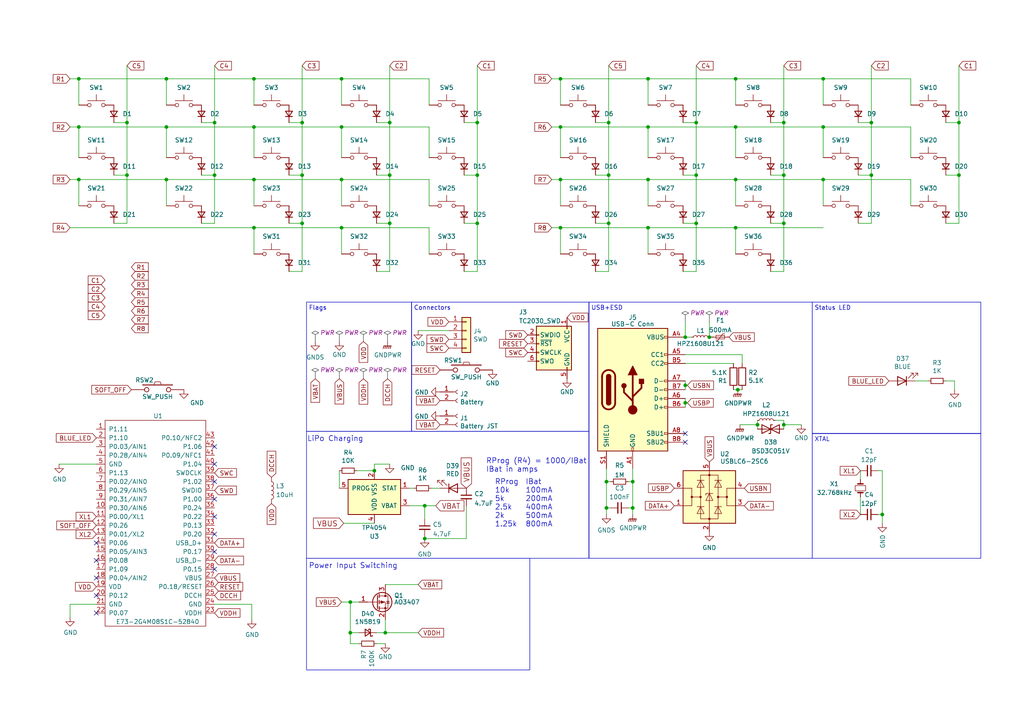
<source format=kicad_sch>
(kicad_sch (version 20231120) (generator "eeschema") (generator_version "8.0")
  (paper "A4")
  (lib_symbols
    (symbol "Battery_Management:MCP73831-3-OT" (pin_names (offset 1.016))
      (property "Reference" "U" (at -7.62 6.35 0))
      (property "Value" "MCP73831-3-OT" (at 1.27 6.35 0))
      (symbol "MCP73831-3-OT_1_1"
        (pin output line (at 10.16 -2.54 180) (length 2.54) (name "STAT") (number "1"))
        (pin power_in line (at 0 -7.62 90) (length 2.54) (name "VSS") (number "2"))
        (pin power_out line (at 10.16 2.54 180) (length 2.54) (name "VBAT") (number "3"))
        (pin power_in line (at 0 7.62 270) (length 2.54) (name "VDD") (number "4"))
        (pin input line (at -10.16 -2.54 0) (length 2.54) (name "PROG") (number "5"))
      )
    )
    (symbol "Connector:Conn_01x02_Female" (pin_names (offset 1.016) hide)
      (property "Reference" "J" (at 0 2.54 0))
      (property "Value" "Conn_01x02_Female" (at 0 -5.08 0))
      (symbol "Conn_01x02_Female_1_1"
        (pin passive line (at -5.08 0 0) (length 3.81) (name "Pin_1") (number "1"))
        (pin passive line (at -5.08 -2.54 0) (length 3.81) (name "Pin_2") (number "2"))
      )
    )
    (symbol "Connector:USB_C_Receptacle_USB2.0" (pin_names (offset 1.016))
      (property "Reference" "J" (at -10.16 19.05 0))
      (property "Value" "USB_C_Receptacle_USB2.0" (at 19.05 19.05 0))
      (symbol "USB_C_Receptacle_USB2.0_1_1"
        (pin passive line (at 0 -22.86 90) (length 5.08) (name "GND") (number "A1"))
        (pin passive line (at 0 -22.86 90) (length 5.08) hide (name "GND") (number "A12"))
        (pin passive line (at 15.24 15.24 180) (length 5.08) (name "VBUS") (number "A4"))
        (pin bidirectional line (at 15.24 10.16 180) (length 5.08) (name "CC1") (number "A5"))
        (pin bidirectional line (at 15.24 -2.54 180) (length 5.08) (name "D+") (number "A6"))
        (pin bidirectional line (at 15.24 2.54 180) (length 5.08) (name "D-") (number "A7"))
        (pin bidirectional line (at 15.24 -12.7 180) (length 5.08) (name "SBU1") (number "A8"))
        (pin passive line (at 15.24 15.24 180) (length 5.08) hide (name "VBUS") (number "A9"))
        (pin passive line (at 0 -22.86 90) (length 5.08) hide (name "GND") (number "B1"))
        (pin passive line (at 0 -22.86 90) (length 5.08) hide (name "GND") (number "B12"))
        (pin passive line (at 15.24 15.24 180) (length 5.08) hide (name "VBUS") (number "B4"))
        (pin bidirectional line (at 15.24 7.62 180) (length 5.08) (name "CC2") (number "B5"))
        (pin bidirectional line (at 15.24 -5.08 180) (length 5.08) (name "D+") (number "B6"))
        (pin bidirectional line (at 15.24 0 180) (length 5.08) (name "D-") (number "B7"))
        (pin bidirectional line (at 15.24 -15.24 180) (length 5.08) (name "SBU2") (number "B8"))
        (pin passive line (at 15.24 15.24 180) (length 5.08) hide (name "VBUS") (number "B9"))
        (pin passive line (at -7.62 -22.86 90) (length 5.08) (name "SHIELD") (number "S1"))
      )
    )
    (symbol "Connector_Generic:Conn_01x04" (pin_names (offset 1.016) hide)
      (property "Reference" "J" (at 0 5.08 0))
      (property "Value" "Conn_01x04" (at 0 -7.62 0))
      (symbol "Conn_01x04_1_1"
        (pin passive line (at -5.08 2.54 0) (length 3.81) (name "Pin_1") (number "1"))
        (pin passive line (at -5.08 0 0) (length 3.81) (name "Pin_2") (number "2"))
        (pin passive line (at -5.08 -2.54 0) (length 3.81) (name "Pin_3") (number "3"))
        (pin passive line (at -5.08 -5.08 0) (length 3.81) (name "Pin_4") (number "4"))
      )
    )
    (symbol "Device:C_Small" (pin_numbers hide) (pin_names (offset 0.254) hide)
      (property "Reference" "C" (at 0.254 1.778 0))
      (property "Value" "C_Small" (at 0.254 -2.032 0))
      (symbol "C_Small_1_1"
        (pin passive line (at 0 2.54 270) (length 2.032) (name "~") (number "1"))
        (pin passive line (at 0 -2.54 90) (length 2.032) (name "~") (number "2"))
      )
    )
    (symbol "Device:Crystal_Small" (pin_numbers hide) (pin_names (offset 1.016) hide)
      (property "Reference" "Y" (at 0 2.54 0))
      (property "Value" "Crystal_Small" (at 0 -2.54 0))
      (symbol "Crystal_Small_1_1"
        (pin passive line (at -2.54 0 0) (length 1.27) (name "1") (number "1"))
        (pin passive line (at 2.54 0 180) (length 1.27) (name "2") (number "2"))
      )
    )
    (symbol "Device:D_Schottky_Small" (pin_numbers hide) (pin_names (offset 0.254) hide)
      (property "Reference" "D" (at -1.27 2.032 0))
      (property "Value" "D_Schottky_Small" (at -7.112 -2.032 0))
      (symbol "D_Schottky_Small_1_1"
        (pin passive line (at -2.54 0 0) (length 1.778) (name "K") (number "1"))
        (pin passive line (at 2.54 0 180) (length 1.778) (name "A") (number "2"))
      )
    )
    (symbol "Device:D_Small" (pin_numbers hide) (pin_names (offset 0.254) hide)
      (property "Reference" "D" (at -1.27 2.032 0))
      (property "Value" "D_Small" (at -3.81 -2.032 0))
      (symbol "D_Small_1_1"
        (pin passive line (at -2.54 0 0) (length 1.778) (name "K") (number "1"))
        (pin passive line (at 2.54 0 180) (length 1.778) (name "A") (number "2"))
      )
    )
    (symbol "Device:D_TVS" (pin_numbers hide) (pin_names (offset 1.016) hide)
      (property "Reference" "D" (at 0 2.54 0))
      (property "Value" "D_TVS" (at 0 -2.54 0))
      (symbol "D_TVS_1_1"
        (pin passive line (at -3.81 0 0) (length 2.54) (name "A1") (number "1"))
        (pin passive line (at 3.81 0 180) (length 2.54) (name "A2") (number "2"))
      )
    )
    (symbol "Device:L" (pin_numbers hide) (pin_names (offset 1.016) hide)
      (property "Reference" "L" (at -1.27 0 90))
      (property "Value" "L" (at 1.905 0 90))
      (symbol "L_1_1"
        (pin passive line (at 0 3.81 270) (length 1.27) (name "1") (number "1"))
        (pin passive line (at 0 -3.81 90) (length 1.27) (name "2") (number "2"))
      )
    )
    (symbol "Device:LED" (pin_numbers hide) (pin_names (offset 1.016) hide)
      (property "Reference" "D" (at 0 2.54 0))
      (property "Value" "LED" (at 0 -2.54 0))
      (symbol "LED_1_1"
        (pin passive line (at -3.81 0 0) (length 2.54) (name "K") (number "1"))
        (pin passive line (at 3.81 0 180) (length 2.54) (name "A") (number "2"))
      )
    )
    (symbol "Device:L_Small" (pin_numbers hide) (pin_names (offset 0.254) hide)
      (property "Reference" "L" (at 0.762 1.016 0))
      (property "Value" "L_Small" (at 0.762 -1.016 0))
      (symbol "L_Small_1_1"
        (pin passive line (at 0 2.54 270) (length 0.508) (name "~") (number "1"))
        (pin passive line (at 0 -2.54 90) (length 0.508) (name "~") (number "2"))
      )
    )
    (symbol "Device:Polyfuse_Small" (pin_numbers hide) (pin_names (offset 0))
      (property "Reference" "F" (at -1.905 0 90))
      (property "Value" "Polyfuse_Small" (at 1.905 0 90))
      (symbol "Polyfuse_Small_1_1"
        (pin passive line (at 0 2.54 270) (length 0.635) (name "~") (number "1"))
        (pin passive line (at 0 -2.54 90) (length 0.635) (name "~") (number "2"))
      )
    )
    (symbol "Device:Q_PMOS_GSD" (pin_names (offset 0) hide)
      (property "Reference" "Q" (at 5.08 1.27 0))
      (property "Value" "Q_PMOS_GSD" (at 5.08 -1.27 0))
      (symbol "Q_PMOS_GSD_1_1"
        (pin input line (at -5.08 0 0) (length 2.54) (name "G") (number "1"))
        (pin passive line (at 2.54 -5.08 90) (length 2.54) (name "S") (number "2"))
        (pin passive line (at 2.54 5.08 270) (length 2.54) (name "D") (number "3"))
      )
    )
    (symbol "Device:R" (pin_numbers hide) (pin_names (offset 0))
      (property "Reference" "R" (at 2.032 0 90))
      (property "Value" "R" (at 0 0 90))
      (symbol "R_1_1"
        (pin passive line (at 0 3.81 270) (length 1.27) (name "~") (number "1"))
        (pin passive line (at 0 -3.81 90) (length 1.27) (name "~") (number "2"))
      )
    )
    (symbol "Device:R_Small" (pin_numbers hide) (pin_names (offset 0.254) hide)
      (property "Reference" "R" (at 0.762 0.508 0))
      (property "Value" "R_Small" (at 0.762 -1.016 0))
      (symbol "R_Small_1_1"
        (pin passive line (at 0 2.54 270) (length 0.762) (name "~") (number "1"))
        (pin passive line (at 0 -2.54 90) (length 0.762) (name "~") (number "2"))
      )
    )
    (symbol "PCM_marbastlib-various:TC2030_SWD" (pin_names (offset 1.016))
      (property "Reference" "J" (at -3.81 -6.35 0))
      (property "Value" "TC2030_SWD" (at -10.16 8.89 0))
      (symbol "TC2030_SWD_1_1"
        (pin passive line (at 5.08 10.16 270) (length 2.54) (name "VCC") (number "1"))
        (pin passive line (at -6.35 5.08 0) (length 2.54) (name "SWDIO") (number "2"))
        (pin passive line (at -6.35 2.54 0) (length 2.54) (name "~{RST}") (number "3"))
        (pin passive line (at -6.35 0 0) (length 2.54) (name "SWCLK") (number "4"))
        (pin passive line (at 5.08 -7.62 90) (length 2.54) (name "GND") (number "5"))
        (pin passive line (at -6.35 -2.54 0) (length 2.54) (name "SWO") (number "6"))
      )
    )
    (symbol "Power_Protection:USBLC6-2SC6" (pin_names hide)
      (property "Reference" "U" (at 2.54 8.89 0))
      (property "Value" "USBLC6-2SC6" (at 2.54 -8.89 0))
      (symbol "USBLC6-2SC6_1_1"
        (pin passive line (at -10.16 -2.54 0) (length 2.54) (name "I/O1") (number "1"))
        (pin passive line (at 0 -10.16 90) (length 2.54) (name "GND") (number "2"))
        (pin passive line (at 10.16 -2.54 180) (length 2.54) (name "I/O2") (number "3"))
        (pin passive line (at 10.16 2.54 180) (length 2.54) (name "I/O2") (number "4"))
        (pin passive line (at 0 10.16 270) (length 2.54) (name "VBUS") (number "5"))
        (pin passive line (at -10.16 2.54 0) (length 2.54) (name "I/O1") (number "6"))
      )
    )
    (symbol "Switch:SW_Push" (pin_numbers hide) (pin_names (offset 1.016) hide)
      (property "Reference" "SW" (at 1.27 2.54 0))
      (property "Value" "SW_Push" (at 0 -1.524 0))
      (symbol "SW_Push_0_1"
        (pin passive line (at -5.08 0 0) (length 2.54) (name "1") (number "1"))
        (pin passive line (at 5.08 0 180) (length 2.54) (name "2") (number "2"))
      )
    )
    (symbol "corne-cherry-rescue:SW_PUSH-kbd-corne-cherry-rescue" (pin_numbers hide) (pin_names (offset 1.016) hide)
      (property "Reference" "SW" (at 3.81 2.794 0))
      (property "Value" "corne-cherry-rescue_SW_PUSH-kbd-corne-cherry-rescue" (at 0 -2.032 0))
      (symbol "SW_PUSH-kbd-corne-cherry-rescue_0_1"
        (pin passive inverted (at -7.62 0 0) (length 5.08) (name "1") (number "1"))
        (pin passive inverted (at 7.62 0 180) (length 5.08) (name "2") (number "2"))
      )
    )
    (symbol "nrfmicro:E73-2G4M08S1C-52840" (pin_names (offset 1.016))
      (property "Reference" "U" (at 0 29.21 0))
      (property "Value" "E73-2G4M08S1C-52840" (at 0 -27.94 0))
      (symbol "E73-2G4M08S1C-52840_1_1"
        (pin input line (at -17.78 27.94 0) (length 2.54) (name "P1.11") (number "1"))
        (pin input line (at -17.78 5.08 0) (length 2.54) (name "P0.30/AIN6") (number "10"))
        (pin input line (at -17.78 2.54 0) (length 2.54) (name "P0.00/XL1") (number "11"))
        (pin input line (at -17.78 0 0) (length 2.54) (name "P0.26") (number "12"))
        (pin input line (at -17.78 -2.54 0) (length 2.54) (name "P0.01/XL2") (number "13"))
        (pin input line (at -17.78 -5.08 0) (length 2.54) (name "P0.06") (number "14"))
        (pin input line (at -17.78 -7.62 0) (length 2.54) (name "P0.05/AIN3") (number "15"))
        (pin input line (at -17.78 -10.16 0) (length 2.54) (name "P0.08") (number "16"))
        (pin input line (at -17.78 -12.7 0) (length 2.54) (name "P1.09") (number "17"))
        (pin input line (at -17.78 -15.24 0) (length 2.54) (name "P0.04/AIN2") (number "18"))
        (pin power_in line (at -17.78 -17.78 0) (length 2.54) (name "VDD") (number "19"))
        (pin input line (at -17.78 25.4 0) (length 2.54) (name "P1.10") (number "2"))
        (pin input line (at -17.78 -20.32 0) (length 2.54) (name "P0.12") (number "20"))
        (pin power_in line (at -17.78 -22.86 0) (length 2.54) (name "GND") (number "21"))
        (pin input line (at -17.78 -25.4 0) (length 2.54) (name "P0.07") (number "22"))
        (pin power_in line (at 16.51 -25.4 180) (length 2.54) (name "VDDH") (number "23"))
        (pin power_in line (at 16.51 -22.86 180) (length 2.54) (name "GND") (number "24"))
        (pin power_out line (at 16.51 -20.32 180) (length 2.54) (name "DCCH") (number "25"))
        (pin input line (at 16.51 -17.78 180) (length 2.54) (name "P0.18/RESET") (number "26"))
        (pin power_in line (at 16.51 -15.24 180) (length 2.54) (name "VBUS") (number "27"))
        (pin power_in line (at 16.51 -12.7 180) (length 2.54) (name "P0.15") (number "28"))
        (pin input line (at 16.51 -10.16 180) (length 2.54) (name "USB_D-") (number "29"))
        (pin input line (at -17.78 22.86 0) (length 2.54) (name "P0.03/AIN1") (number "3"))
        (pin input line (at 16.51 -7.62 180) (length 2.54) (name "P0.17") (number "30"))
        (pin input line (at 16.51 -5.08 180) (length 2.54) (name "USB_D+") (number "31"))
        (pin input line (at 16.51 -2.54 180) (length 2.54) (name "P0.20") (number "32"))
        (pin input line (at 16.51 0 180) (length 2.54) (name "P0.13") (number "33"))
        (pin input line (at 16.51 2.54 180) (length 2.54) (name "P0.22") (number "34"))
        (pin input line (at 16.51 5.08 180) (length 2.54) (name "P0.24") (number "35"))
        (pin input line (at 16.51 7.62 180) (length 2.54) (name "P1.00") (number "36"))
        (pin input line (at 16.51 10.16 180) (length 2.54) (name "SWDIO") (number "37"))
        (pin input line (at 16.51 12.7 180) (length 2.54) (name "P1.02") (number "38"))
        (pin input line (at 16.51 15.24 180) (length 2.54) (name "SWDCLK") (number "39"))
        (pin input line (at -17.78 20.32 0) (length 2.54) (name "P0.28/AIN4") (number "4"))
        (pin input line (at 16.51 17.78 180) (length 2.54) (name "P1.04") (number "40"))
        (pin input line (at 16.51 20.32 180) (length 2.54) (name "P0.09/NFC1") (number "41"))
        (pin input line (at 16.51 22.86 180) (length 2.54) (name "P1.06") (number "42"))
        (pin input line (at 16.51 25.4 180) (length 2.54) (name "P0.10/NFC2") (number "43"))
        (pin power_in line (at -17.78 17.78 0) (length 2.54) (name "GND") (number "5"))
        (pin input line (at -17.78 15.24 0) (length 2.54) (name "P1.13") (number "6"))
        (pin input line (at -17.78 12.7 0) (length 2.54) (name "P0.02/AIN0") (number "7"))
        (pin input line (at -17.78 10.16 0) (length 2.54) (name "P0.29/AIN5") (number "8"))
        (pin input line (at -17.78 7.62 0) (length 2.54) (name "P0.31/AIN7") (number "9"))
      )
    )
    (symbol "power:GND" (power) (pin_names (offset 0))
      (property "Value" "GND" (at 0 -3.81 0))
      (symbol "GND_1_1"
        (pin power_in line (at 0 0 270) (length 0) hide (name "GND") (number "1"))
      )
    )
    (symbol "power:GNDPWR" (power) (pin_names (offset 0))
      (property "Value" "GNDPWR" (at 0 -3.302 0))
      (symbol "GNDPWR_1_1"
        (pin power_in line (at 0 0 270) (length 0) hide (name "GNDPWR") (number "1"))
      )
    )
    (symbol "power:GNDS" (power) (pin_names (offset 0))
      (property "Value" "GNDS" (at 0 -3.81 0))
      (symbol "GNDS_1_1"
        (pin power_in line (at 0 0 270) (length 0) hide (name "GNDS") (number "1"))
      )
    )
  )
  (junction (at 36.83 50.8))
  (junction (at 227.33 35.56))
  (junction (at 22.86 36.83))
  (junction (at 99.06 36.83))
  (junction (at 99.06 52.07))
  (junction (at 162.56 22.86))
  (junction (at 213.36 52.07))
  (junction (at 73.66 36.83))
  (junction (at 238.76 52.07))
  (junction (at 87.63 35.56))
  (junction (at 108.585 136.525))
  (junction (at 252.73 35.56))
  (junction (at 113.03 35.56))
  (junction (at 175.895 147.32))
  (junction (at 183.515 139.7))
  (junction (at 73.66 66.04))
  (junction (at 252.73 50.8))
  (junction (at 278.13 35.56))
  (junction (at 48.26 36.83))
  (junction (at 22.86 52.07))
  (junction (at 227.33 64.77))
  (junction (at 213.995 113.03))
  (junction (at 255.905 149.225))
  (junction (at 187.96 66.04))
  (junction (at 213.36 22.86))
  (junction (at 238.76 22.86))
  (junction (at 162.56 66.04))
  (junction (at 99.06 22.86))
  (junction (at 73.66 52.07))
  (junction (at 187.96 22.86))
  (junction (at 201.93 35.56))
  (junction (at 175.895 139.7))
  (junction (at 187.96 52.07))
  (junction (at 111.76 183.515))
  (junction (at 176.53 35.56))
  (junction (at 123.19 156.21))
  (junction (at 73.66 22.86))
  (junction (at 87.63 64.77))
  (junction (at 162.56 52.07))
  (junction (at 36.83 35.56))
  (junction (at 187.96 36.83))
  (junction (at 213.36 36.83))
  (junction (at 198.755 116.84))
  (junction (at 87.63 50.8))
  (junction (at 48.26 22.86))
  (junction (at 176.53 64.77))
  (junction (at 201.93 64.77))
  (junction (at 113.03 64.77))
  (junction (at 138.43 50.8))
  (junction (at 238.76 36.83))
  (junction (at 183.515 147.32))
  (junction (at 101.6 183.515))
  (junction (at 227.33 123.19))
  (junction (at 227.33 50.8))
  (junction (at 101.6 174.625))
  (junction (at 138.43 35.56))
  (junction (at 62.23 35.56))
  (junction (at 123.19 146.685))
  (junction (at 278.13 50.8))
  (junction (at 213.36 66.04))
  (junction (at 48.26 52.07))
  (junction (at 62.23 50.8))
  (junction (at 219.71 123.19))
  (junction (at 198.755 97.79))
  (junction (at 205.74 97.79))
  (junction (at 138.43 64.77))
  (junction (at 22.86 22.86))
  (junction (at 198.755 111.76))
  (junction (at 162.56 36.83))
  (junction (at 113.03 50.8))
  (junction (at 99.06 66.04))
  (junction (at 176.53 50.8))
  (junction (at 201.93 50.8))
  (no_connect (at 62.23 154.94))
  (no_connect (at 27.94 167.64))
  (no_connect (at 62.23 165.1))
  (no_connect (at 27.94 172.72))
  (no_connect (at 62.23 144.78))
  (no_connect (at 198.755 125.73))
  (no_connect (at 27.94 162.56))
  (no_connect (at 62.23 160.02))
  (no_connect (at 62.23 129.54))
  (no_connect (at 27.94 157.48))
  (no_connect (at 62.23 134.62))
  (no_connect (at 62.23 139.7))
  (no_connect (at 62.23 149.86))
  (no_connect (at 27.94 177.8))
  (no_connect (at 198.755 128.27))
  (wire (pts (xy 87.63 35.56) (xy 87.63 50.8)))
  (wire (pts (xy 187.96 22.86) (xy 187.96 30.48)))
  (wire (pts (xy 20.32 66.04) (xy 73.66 66.04)))
  (wire (pts (xy 162.56 36.83) (xy 187.96 36.83)))
  (wire (pts (xy 124.46 36.83) (xy 124.46 45.72)))
  (wire (pts (xy 187.96 22.86) (xy 213.36 22.86)))
  (wire (pts (xy 227.33 64.77) (xy 227.33 78.74)))
  (wire (pts (xy 123.19 155.575) (xy 123.19 156.21)))
  (wire (pts (xy 175.895 147.32) (xy 175.895 149.225)))
  (wire (pts (xy 87.63 64.77) (xy 87.63 78.74)))
  (wire (pts (xy 83.82 64.77) (xy 87.63 64.77)))
  (wire (pts (xy 183.515 139.7) (xy 183.515 147.32)))
  (wire (pts (xy 187.96 36.83) (xy 213.36 36.83)))
  (wire (pts (xy 123.19 146.685) (xy 126.365 146.685)))
  (wire (pts (xy 248.92 50.8) (xy 252.73 50.8)))
  (wire (pts (xy 238.76 36.83) (xy 238.76 45.72)))
  (wire (pts (xy 99.06 174.625) (xy 101.6 174.625)))
  (wire (pts (xy 176.53 78.74) (xy 172.72 78.74)))
  (wire (pts (xy 109.22 186.69) (xy 111.76 186.69)))
  (wire (pts (xy 109.22 50.8) (xy 113.03 50.8)))
  (wire (pts (xy 73.66 22.86) (xy 99.06 22.86)))
  (wire (pts (xy 113.03 134.62) (xy 108.585 134.62)))
  (wire (pts (xy 109.22 183.515) (xy 111.76 183.515)))
  (wire (pts (xy 183.515 147.32) (xy 183.515 149.225)))
  (wire (pts (xy 212.725 113.03) (xy 213.995 113.03)))
  (wire (pts (xy 187.96 52.07) (xy 187.96 59.69)))
  (wire (pts (xy 187.96 36.83) (xy 187.96 45.72)))
  (wire (pts (xy 264.16 52.07) (xy 264.16 59.69)))
  (wire (pts (xy 124.46 22.86) (xy 124.46 30.48)))
  (wire (pts (xy 162.56 22.86) (xy 187.96 22.86)))
  (wire (pts (xy 108.585 134.62) (xy 108.585 136.525)))
  (wire (pts (xy 99.06 22.86) (xy 99.06 30.48)))
  (wire (pts (xy 113.03 35.56) (xy 113.03 50.8)))
  (wire (pts (xy 160.02 66.04) (xy 162.56 66.04)))
  (wire (pts (xy 103.505 136.525) (xy 108.585 136.525)))
  (wire (pts (xy 187.96 66.04) (xy 213.36 66.04)))
  (wire (pts (xy 176.53 50.8) (xy 176.53 64.77)))
  (wire (pts (xy 198.755 116.84) (xy 198.755 118.11)))
  (wire (pts (xy 135.255 146.685) (xy 135.255 156.21)))
  (wire (pts (xy 213.36 22.86) (xy 238.76 22.86)))
  (wire (pts (xy 118.745 146.685) (xy 123.19 146.685)))
  (wire (pts (xy 219.71 123.19) (xy 219.71 124.46)))
  (wire (pts (xy 213.36 36.83) (xy 213.36 45.72)))
  (wire (pts (xy 87.63 50.8) (xy 87.63 64.77)))
  (wire (pts (xy 48.26 22.86) (xy 73.66 22.86)))
  (wire (pts (xy 160.02 22.86) (xy 162.56 22.86)))
  (wire (pts (xy 20.32 22.86) (xy 22.86 22.86)))
  (wire (pts (xy 198.12 35.56) (xy 201.93 35.56)))
  (wire (pts (xy 73.66 66.04) (xy 99.06 66.04)))
  (wire (pts (xy 113.03 64.77) (xy 113.03 78.74)))
  (wire (pts (xy 22.86 22.86) (xy 48.26 22.86)))
  (wire (pts (xy 124.46 52.07) (xy 124.46 59.69)))
  (wire (pts (xy 111.76 179.705) (xy 111.76 183.515)))
  (wire (pts (xy 120.015 141.605) (xy 118.745 141.605)))
  (wire (pts (xy 162.56 52.07) (xy 162.56 59.69)))
  (wire (pts (xy 176.53 35.56) (xy 176.53 50.8)))
  (wire (pts (xy 223.52 50.8) (xy 227.33 50.8)))
  (wire (pts (xy 276.86 113.03) (xy 276.86 110.49)))
  (wire (pts (xy 162.56 36.83) (xy 162.56 45.72)))
  (wire (pts (xy 109.22 64.77) (xy 113.03 64.77)))
  (wire (pts (xy 249.555 144.145) (xy 249.555 149.225)))
  (wire (pts (xy 48.26 22.86) (xy 48.26 30.48)))
  (wire (pts (xy 33.02 50.8) (xy 36.83 50.8)))
  (wire (pts (xy 176.53 19.05) (xy 176.53 35.56)))
  (wire (pts (xy 264.16 36.83) (xy 264.16 45.72)))
  (wire (pts (xy 278.13 19.05) (xy 278.13 35.56)))
  (wire (pts (xy 201.93 50.8) (xy 201.93 64.77)))
  (wire (pts (xy 22.86 36.83) (xy 22.86 45.72)))
  (wire (pts (xy 111.76 183.515) (xy 121.285 183.515)))
  (wire (pts (xy 265.43 110.49) (xy 269.24 110.49)))
  (wire (pts (xy 36.83 64.77) (xy 33.02 64.77)))
  (wire (pts (xy 62.23 35.56) (xy 62.23 50.8)))
  (wire (pts (xy 215.265 102.87) (xy 215.265 105.41)))
  (wire (pts (xy 227.33 121.92) (xy 224.79 121.92)))
  (wire (pts (xy 172.72 50.8) (xy 176.53 50.8)))
  (wire (pts (xy 162.56 66.04) (xy 162.56 73.66)))
  (wire (pts (xy 201.93 64.77) (xy 201.93 78.74)))
  (wire (pts (xy 201.93 78.74) (xy 198.12 78.74)))
  (wire (pts (xy 124.46 66.04) (xy 124.46 73.66)))
  (wire (pts (xy 135.255 156.21) (xy 123.19 156.21)))
  (wire (pts (xy 254.635 136.525) (xy 255.905 136.525)))
  (wire (pts (xy 99.06 52.07) (xy 124.46 52.07)))
  (wire (pts (xy 62.23 19.05) (xy 62.23 35.56)))
  (wire (pts (xy 213.36 52.07) (xy 238.76 52.07)))
  (wire (pts (xy 213.36 52.07) (xy 213.36 59.69)))
  (wire (pts (xy 162.56 66.04) (xy 187.96 66.04)))
  (wire (pts (xy 213.36 22.86) (xy 213.36 30.48)))
  (wire (pts (xy 198.12 50.8) (xy 201.93 50.8)))
  (wire (pts (xy 62.23 50.8) (xy 62.23 64.77)))
  (wire (pts (xy 223.52 64.77) (xy 227.33 64.77)))
  (wire (pts (xy 20.32 36.83) (xy 22.86 36.83)))
  (wire (pts (xy 33.02 35.56) (xy 36.83 35.56)))
  (wire (pts (xy 138.43 50.8) (xy 138.43 64.77)))
  (wire (pts (xy 238.76 22.86) (xy 238.76 30.48)))
  (wire (pts (xy 109.22 35.56) (xy 113.03 35.56)))
  (wire (pts (xy 101.6 183.515) (xy 104.14 183.515)))
  (wire (pts (xy 201.93 35.56) (xy 201.93 50.8)))
  (wire (pts (xy 205.74 97.79) (xy 206.375 97.79)))
  (wire (pts (xy 175.895 147.32) (xy 177.165 147.32)))
  (wire (pts (xy 123.19 146.685) (xy 123.19 150.495)))
  (wire (pts (xy 274.32 35.56) (xy 278.13 35.56)))
  (wire (pts (xy 17.145 134.62) (xy 27.94 134.62)))
  (wire (pts (xy 130.175 95.885) (xy 121.285 95.885)))
  (wire (pts (xy 113.03 50.8) (xy 113.03 64.77)))
  (wire (pts (xy 254.635 149.225) (xy 255.905 149.225)))
  (wire (pts (xy 201.93 19.05) (xy 201.93 35.56)))
  (wire (pts (xy 227.33 50.8) (xy 227.33 64.77)))
  (wire (pts (xy 238.76 36.83) (xy 264.16 36.83)))
  (wire (pts (xy 227.33 19.05) (xy 227.33 35.56)))
  (wire (pts (xy 175.895 139.7) (xy 175.895 147.32)))
  (wire (pts (xy 162.56 22.86) (xy 162.56 30.48)))
  (wire (pts (xy 162.56 52.07) (xy 187.96 52.07)))
  (wire (pts (xy 214.63 123.19) (xy 219.71 123.19)))
  (wire (pts (xy 113.03 19.05) (xy 113.03 35.56)))
  (wire (pts (xy 278.13 64.77) (xy 274.32 64.77)))
  (wire (pts (xy 252.73 35.56) (xy 252.73 50.8)))
  (wire (pts (xy 227.33 124.46) (xy 227.33 123.19)))
  (wire (pts (xy 22.86 52.07) (xy 22.86 59.69)))
  (wire (pts (xy 62.23 175.26) (xy 73.025 175.26)))
  (wire (pts (xy 227.33 123.19) (xy 232.41 123.19)))
  (wire (pts (xy 160.02 52.07) (xy 162.56 52.07)))
  (wire (pts (xy 198.755 105.41) (xy 212.725 105.41)))
  (wire (pts (xy 48.26 52.07) (xy 48.26 59.69)))
  (wire (pts (xy 73.66 22.86) (xy 73.66 30.48)))
  (wire (pts (xy 219.71 121.92) (xy 219.71 123.19)))
  (wire (pts (xy 238.76 22.86) (xy 264.16 22.86)))
  (wire (pts (xy 198.755 111.76) (xy 199.39 111.76)))
  (wire (pts (xy 36.83 50.8) (xy 36.83 64.77)))
  (wire (pts (xy 238.76 52.07) (xy 264.16 52.07)))
  (wire (pts (xy 73.66 36.83) (xy 99.06 36.83)))
  (wire (pts (xy 278.13 50.8) (xy 278.13 64.77)))
  (wire (pts (xy 87.63 78.74) (xy 83.82 78.74)))
  (wire (pts (xy 213.36 66.04) (xy 213.36 73.66)))
  (wire (pts (xy 20.32 175.26) (xy 20.32 179.07)))
  (wire (pts (xy 48.26 52.07) (xy 73.66 52.07)))
  (wire (pts (xy 198.755 116.84) (xy 199.39 116.84)))
  (wire (pts (xy 252.73 64.77) (xy 248.92 64.77)))
  (wire (pts (xy 73.66 66.04) (xy 73.66 73.66)))
  (wire (pts (xy 99.06 66.04) (xy 124.46 66.04)))
  (wire (pts (xy 22.86 36.83) (xy 48.26 36.83)))
  (wire (pts (xy 248.92 35.56) (xy 252.73 35.56)))
  (wire (pts (xy 99.06 36.83) (xy 99.06 45.72)))
  (wire (pts (xy 187.96 66.04) (xy 187.96 73.66)))
  (wire (pts (xy 227.33 78.74) (xy 223.52 78.74)))
  (wire (pts (xy 134.62 64.77) (xy 138.43 64.77)))
  (wire (pts (xy 160.02 36.83) (xy 162.56 36.83)))
  (wire (pts (xy 134.62 35.56) (xy 138.43 35.56)))
  (wire (pts (xy 73.025 175.26) (xy 73.025 179.705)))
  (wire (pts (xy 48.26 36.83) (xy 73.66 36.83)))
  (wire (pts (xy 87.63 19.05) (xy 87.63 35.56)))
  (wire (pts (xy 252.73 19.05) (xy 252.73 35.56)))
  (wire (pts (xy 175.895 135.89) (xy 175.895 139.7)))
  (wire (pts (xy 213.36 66.04) (xy 238.76 66.04)))
  (wire (pts (xy 205.74 93.345) (xy 205.74 97.79)))
  (wire (pts (xy 101.6 186.69) (xy 104.14 186.69)))
  (wire (pts (xy 58.42 35.56) (xy 62.23 35.56)))
  (wire (pts (xy 99.06 52.07) (xy 99.06 59.69)))
  (wire (pts (xy 252.73 50.8) (xy 252.73 64.77)))
  (wire (pts (xy 249.555 136.525) (xy 249.555 139.065)))
  (wire (pts (xy 274.32 110.49) (xy 276.86 110.49)))
  (wire (pts (xy 62.23 64.77) (xy 58.42 64.77)))
  (wire (pts (xy 198.755 115.57) (xy 198.755 116.84)))
  (wire (pts (xy 98.425 136.525) (xy 98.425 141.605)))
  (wire (pts (xy 83.82 50.8) (xy 87.63 50.8)))
  (wire (pts (xy 255.905 149.225) (xy 255.905 136.525)))
  (wire (pts (xy 198.12 64.77) (xy 201.93 64.77)))
  (wire (pts (xy 227.33 123.19) (xy 227.33 121.92)))
  (wire (pts (xy 22.86 52.07) (xy 48.26 52.07)))
  (wire (pts (xy 27.94 175.26) (xy 20.32 175.26)))
  (wire (pts (xy 20.32 52.07) (xy 22.86 52.07)))
  (wire (pts (xy 99.06 22.86) (xy 124.46 22.86)))
  (wire (pts (xy 138.43 19.05) (xy 138.43 35.56)))
  (wire (pts (xy 187.96 52.07) (xy 213.36 52.07)))
  (wire (pts (xy 138.43 78.74) (xy 134.62 78.74)))
  (wire (pts (xy 213.995 113.03) (xy 215.265 113.03)))
  (wire (pts (xy 264.16 22.86) (xy 264.16 30.48)))
  (wire (pts (xy 198.755 93.345) (xy 198.755 97.79)))
  (wire (pts (xy 58.42 50.8) (xy 62.23 50.8)))
  (wire (pts (xy 113.03 78.74) (xy 109.22 78.74)))
  (wire (pts (xy 138.43 35.56) (xy 138.43 50.8)))
  (wire (pts (xy 101.6 183.515) (xy 101.6 174.625)))
  (wire (pts (xy 198.755 102.87) (xy 215.265 102.87)))
  (wire (pts (xy 138.43 64.77) (xy 138.43 78.74)))
  (wire (pts (xy 175.895 139.7) (xy 177.165 139.7)))
  (wire (pts (xy 227.33 35.56) (xy 227.33 50.8)))
  (wire (pts (xy 36.83 35.56) (xy 36.83 50.8)))
  (wire (pts (xy 172.72 64.77) (xy 176.53 64.77)))
  (wire (pts (xy 223.52 35.56) (xy 227.33 35.56)))
  (wire (pts (xy 182.245 139.7) (xy 183.515 139.7)))
  (wire (pts (xy 73.66 36.83) (xy 73.66 45.72)))
  (wire (pts (xy 48.26 36.83) (xy 48.26 45.72)))
  (wire (pts (xy 22.86 22.86) (xy 22.86 30.48)))
  (wire (pts (xy 198.755 111.76) (xy 198.755 113.03)))
  (wire (pts (xy 83.82 35.56) (xy 87.63 35.56)))
  (wire (pts (xy 134.62 50.8) (xy 138.43 50.8)))
  (wire (pts (xy 99.06 36.83) (xy 124.46 36.83)))
  (wire (pts (xy 101.6 183.515) (xy 101.6 186.69)))
  (wire (pts (xy 73.66 52.07) (xy 99.06 52.07)))
  (wire (pts (xy 73.66 52.07) (xy 73.66 59.69)))
  (wire (pts (xy 274.32 50.8) (xy 278.13 50.8)))
  (wire (pts (xy 176.53 64.77) (xy 176.53 78.74)))
  (wire (pts (xy 99.06 66.04) (xy 99.06 73.66)))
  (wire (pts (xy 238.76 52.07) (xy 238.76 59.69)))
  (wire (pts (xy 101.6 174.625) (xy 104.14 174.625)))
  (wire (pts (xy 183.515 135.89) (xy 183.515 139.7)))
  (wire (pts (xy 182.245 147.32) (xy 183.515 147.32)))
  (wire (pts (xy 198.755 110.49) (xy 198.755 111.76)))
  (wire (pts (xy 213.36 36.83) (xy 238.76 36.83)))
  (wire (pts (xy 36.83 19.05) (xy 36.83 35.56)))
  (wire (pts (xy 278.13 35.56) (xy 278.13 50.8)))
  (wire (pts (xy 111.76 169.545) (xy 121.285 169.545)))
  (wire (pts (xy 172.72 35.56) (xy 176.53 35.56)))
  (wire (pts (xy 127.635 141.605) (xy 125.095 141.605)))
  (wire (pts (xy 198.755 97.79) (xy 200.66 97.79)))
  (wire (pts (xy 99.695 151.765) (xy 108.585 151.765)))
  (wire (pts (xy 255.905 149.225) (xy 255.905 151.765)))
  (rectangle (start 88.9 161.925) (end 153.67 194.31))
  (rectangle (start 235.585 125.73) (end 284.48 161.925))
  (rectangle (start 88.9 87.63) (end 119.38 125.095))
  (rectangle (start 235.585 87.63) (end 284.48 125.73))
  (rectangle (start 119.38 87.63) (end 170.815 125.095))
  (rectangle (start 170.815 87.63) (end 235.585 161.925))
  (rectangle (start 88.9 125.095) (end 170.815 161.925))
  (text "RProg\n10k\n5k\n2.5k\n2k\n1.25k" (at 143.51 153.035 0) (effects (font (size 1.524 1.524)) (justify left bottom)))
  (text "Connectors" (at 120.015 90.17 0) (effects (font (size 1.27 1.27)) (justify left bottom)))
  (text "LiPo Charging\n" (at 105.41 128.27 0) (effects (font (size 1.524 1.524)) (justify right bottom)))
  (text "Power Input Switching" (at 89.535 165.1 0) (effects (font (size 1.524 1.524)) (justify left bottom)))
  (text "XTAL\n" (at 236.22 128.27 0) (effects (font (size 1.27 1.27)) (justify left bottom)))
  (text "IBat\n100mA\n200mA\n400mA\n500mA\n800mA" (at 152.4 153.035 0) (effects (font (size 1.524 1.524)) (justify left bottom)))
  (text "Flags" (at 89.535 90.17 0) (effects (font (size 1.27 1.27)) (justify left bottom)))
  (text "Status LED" (at 236.22 90.17 0) (effects (font (size 1.27 1.27)) (justify left bottom)))
  (text "USB+ESD" (at 171.45 90.17 0) (effects (font (size 1.27 1.27)) (justify left bottom)))
  (text "RProg (R4) = 1000/IBat\nIBat in amps" (at 140.97 137.16 0) (effects (font (size 1.524 1.524)) (justify left bottom)))
  (global_label "XL1" (shape input) (at 27.94 149.86 180) (property "Intersheetrefs" "${INTERSHEET_REFS}" (effects (hide yes))))
  (global_label "R4" (shape input) (at 38.1 85.09 0) (property "Intersheetrefs" "${INTERSHEET_REFS}" (effects (hide yes))))
  (global_label "C3" (shape input) (at 227.33 19.05 0) (property "Intersheetrefs" "${INTERSHEET_REFS}" (effects (hide yes))))
  (global_label "SWD" (shape input) (at 153.035 97.155 180) (property "Intersheetrefs" "${INTERSHEET_REFS}" (effects (hide yes))))
  (global_label "VBUS" (shape input) (at 62.23 167.64 0) (property "Intersheetrefs" "${INTERSHEET_REFS}" (effects (hide yes))))
  (global_label "R4" (shape input) (at 20.32 66.04 180) (property "Intersheetrefs" "${INTERSHEET_REFS}" (effects (hide yes))))
  (global_label "C3" (shape input) (at 87.63 19.05 0) (property "Intersheetrefs" "${INTERSHEET_REFS}" (effects (hide yes))))
  (global_label "VDD" (shape input) (at 78.74 146.05 270) (property "Intersheetrefs" "${INTERSHEET_REFS}" (effects (hide yes))))
  (global_label "XL1" (shape input) (at 249.555 136.525 180) (property "Intersheetrefs" "${INTERSHEET_REFS}" (effects (hide yes))))
  (global_label "BLUE_LED" (shape input) (at 257.81 110.49 180) (property "Intersheetrefs" "${INTERSHEET_REFS}" (effects (hide yes))))
  (global_label "VBUS" (shape input) (at 99.695 151.765 180) (effects (font (size 1.524 1.524))) (property "Intersheetrefs" "${INTERSHEET_REFS}" (effects (hide yes))))
  (global_label "RESET" (shape input) (at 62.23 170.18 0) (property "Intersheetrefs" "${INTERSHEET_REFS}" (effects (hide yes))))
  (global_label "VDD" (shape input) (at 105.41 99.06 270) (property "Intersheetrefs" "${INTERSHEET_REFS}" (effects (hide yes))))
  (global_label "SWC" (shape input) (at 62.23 137.16 0) (property "Intersheetrefs" "${INTERSHEET_REFS}" (effects (hide yes))))
  (global_label "USBP" (shape input) (at 195.58 141.605 180) (property "Intersheetrefs" "${INTERSHEET_REFS}" (effects (hide yes))))
  (global_label "R7" (shape input) (at 38.1 92.71 0) (property "Intersheetrefs" "${INTERSHEET_REFS}" (effects (hide yes))))
  (global_label "C4" (shape input) (at 30.48 88.9 180) (property "Intersheetrefs" "${INTERSHEET_REFS}" (effects (hide yes))))
  (global_label "C5" (shape input) (at 36.83 19.05 0) (property "Intersheetrefs" "${INTERSHEET_REFS}" (effects (hide yes))))
  (global_label "R3" (shape input) (at 20.32 52.07 180) (property "Intersheetrefs" "${INTERSHEET_REFS}" (effects (hide yes))))
  (global_label "DATA+" (shape input) (at 195.58 146.685 180) (property "Intersheetrefs" "${INTERSHEET_REFS}" (effects (hide yes))))
  (global_label "SWD" (shape input) (at 130.175 98.425 180) (property "Intersheetrefs" "${INTERSHEET_REFS}" (effects (hide yes))))
  (global_label "RESET" (shape input) (at 153.035 99.695 180) (property "Intersheetrefs" "${INTERSHEET_REFS}" (effects (hide yes))))
  (global_label "XL2" (shape input) (at 27.94 154.94 180) (property "Intersheetrefs" "${INTERSHEET_REFS}" (effects (hide yes))))
  (global_label "DATA+" (shape input) (at 62.23 157.48 0) (property "Intersheetrefs" "${INTERSHEET_REFS}" (effects (hide yes))))
  (global_label "R8" (shape input) (at 160.02 66.04 180) (property "Intersheetrefs" "${INTERSHEET_REFS}" (effects (hide yes))))
  (global_label "VBUS" (shape input) (at 205.74 133.985 90) (property "Intersheetrefs" "${INTERSHEET_REFS}" (effects (hide yes))))
  (global_label "VDD" (shape input) (at 130.175 93.345 180) (property "Intersheetrefs" "${INTERSHEET_REFS}" (effects (hide yes))))
  (global_label "C1" (shape input) (at 30.48 81.28 180) (property "Intersheetrefs" "${INTERSHEET_REFS}" (effects (hide yes))))
  (global_label "DATA-" (shape input) (at 62.23 162.56 0) (property "Intersheetrefs" "${INTERSHEET_REFS}" (effects (hide yes))))
  (global_label "R3" (shape input) (at 38.1 82.55 0) (property "Intersheetrefs" "${INTERSHEET_REFS}" (effects (hide yes))))
  (global_label "C5" (shape input) (at 176.53 19.05 0) (property "Intersheetrefs" "${INTERSHEET_REFS}" (effects (hide yes))))
  (global_label "DCCH" (shape input) (at 78.74 138.43 90) (property "Intersheetrefs" "${INTERSHEET_REFS}" (effects (hide yes))))
  (global_label "R6" (shape input) (at 38.1 90.17 0) (property "Intersheetrefs" "${INTERSHEET_REFS}" (effects (hide yes))))
  (global_label "XL2" (shape input) (at 249.555 149.225 180) (property "Intersheetrefs" "${INTERSHEET_REFS}" (effects (hide yes))))
  (global_label "SWC" (shape input) (at 130.175 100.965 180) (property "Intersheetrefs" "${INTERSHEET_REFS}" (effects (hide yes))))
  (global_label "VBUS" (shape input) (at 99.06 174.625 180) (property "Intersheetrefs" "${INTERSHEET_REFS}" (effects (hide yes))))
  (global_label "VBAT" (shape input) (at 126.365 146.685 0) (effects (font (size 1.524 1.524))) (property "Intersheetrefs" "${INTERSHEET_REFS}" (effects (hide yes))))
  (global_label "C4" (shape input) (at 201.93 19.05 0) (property "Intersheetrefs" "${INTERSHEET_REFS}" (effects (hide yes))))
  (global_label "C1" (shape input) (at 278.13 19.05 0) (property "Intersheetrefs" "${INTERSHEET_REFS}" (effects (hide yes))))
  (global_label "SWC" (shape input) (at 153.035 102.235 180) (property "Intersheetrefs" "${INTERSHEET_REFS}" (effects (hide yes))))
  (global_label "C2" (shape input) (at 252.73 19.05 0) (property "Intersheetrefs" "${INTERSHEET_REFS}" (effects (hide yes))))
  (global_label "R8" (shape input) (at 38.1 95.25 0) (property "Intersheetrefs" "${INTERSHEET_REFS}" (effects (hide yes))))
  (global_label "C2" (shape input) (at 113.03 19.05 0) (property "Intersheetrefs" "${INTERSHEET_REFS}" (effects (hide yes))))
  (global_label "R2" (shape input) (at 38.1 80.01 0) (property "Intersheetrefs" "${INTERSHEET_REFS}" (effects (hide yes))))
  (global_label "VBAT" (shape input) (at 127.635 123.19 180) (property "Intersheetrefs" "${INTERSHEET_REFS}" (effects (hide yes))))
  (global_label "VBAT" (shape input) (at 127.635 116.205 180) (property "Intersheetrefs" "${INTERSHEET_REFS}" (effects (hide yes))))
  (global_label "VDDH" (shape input) (at 105.41 109.855 270) (property "Intersheetrefs" "${INTERSHEET_REFS}" (effects (hide yes))))
  (global_label "VDDH" (shape input) (at 62.23 177.8 0) (property "Intersheetrefs" "${INTERSHEET_REFS}" (effects (hide yes))))
  (global_label "SOFT_OFF" (shape input) (at 27.94 152.4 180) (property "Intersheetrefs" "${INTERSHEET_REFS}" (effects (hide yes))))
  (global_label "R7" (shape input) (at 160.02 52.07 180) (property "Intersheetrefs" "${INTERSHEET_REFS}" (effects (hide yes))))
  (global_label "C5" (shape input) (at 30.48 91.44 180) (property "Intersheetrefs" "${INTERSHEET_REFS}" (effects (hide yes))))
  (global_label "C1" (shape input) (at 138.43 19.05 0) (property "Intersheetrefs" "${INTERSHEET_REFS}" (effects (hide yes))))
  (global_label "VBUS" (shape input) (at 211.455 97.79 0) (property "Intersheetrefs" "${INTERSHEET_REFS}" (effects (hide yes))))
  (global_label "BLUE_LED" (shape input) (at 27.94 127 180) (property "Intersheetrefs" "${INTERSHEET_REFS}" (effects (hide yes))))
  (global_label "DATA-" (shape input) (at 215.9 146.685 0) (property "Intersheetrefs" "${INTERSHEET_REFS}" (effects (hide yes))))
  (global_label "RESET" (shape input) (at 127.635 107.315 180) (property "Intersheetrefs" "${INTERSHEET_REFS}" (effects (hide yes))))
  (global_label "DCCH" (shape input) (at 112.395 109.855 270) (property "Intersheetrefs" "${INTERSHEET_REFS}" (effects (hide yes))))
  (global_label "SOFT_OFF" (shape input) (at 38.1 113.03 180) (property "Intersheetrefs" "${INTERSHEET_REFS}" (effects (hide yes))))
  (global_label "DCCH" (shape input) (at 62.23 172.72 0) (property "Intersheetrefs" "${INTERSHEET_REFS}" (effects (hide yes))))
  (global_label "R5" (shape input) (at 160.02 22.86 180) (property "Intersheetrefs" "${INTERSHEET_REFS}" (effects (hide yes))))
  (global_label "R1" (shape input) (at 20.32 22.86 180) (property "Intersheetrefs" "${INTERSHEET_REFS}" (effects (hide yes))))
  (global_label "C2" (shape input) (at 30.48 83.82 180) (property "Intersheetrefs" "${INTERSHEET_REFS}" (effects (hide yes))))
  (global_label "C4" (shape input) (at 62.23 19.05 0) (property "Intersheetrefs" "${INTERSHEET_REFS}" (effects (hide yes))))
  (global_label "C3" (shape input) (at 30.48 86.36 180) (property "Intersheetrefs" "${INTERSHEET_REFS}" (effects (hide yes))))
  (global_label "USBN" (shape input) (at 215.9 141.605 0) (property "Intersheetrefs" "${INTERSHEET_REFS}" (effects (hide yes))))
  (global_label "VDDH" (shape input) (at 121.285 183.515 0) (property "Intersheetrefs" "${INTERSHEET_REFS}" (effects (hide yes))))
  (global_label "VBAT" (shape input) (at 121.285 169.545 0) (property "Intersheetrefs" "${INTERSHEET_REFS}" (effects (hide yes))))
  (global_label "USBP" (shape input) (at 199.39 116.84 0) (property "Intersheetrefs" "${INTERSHEET_REFS}" (effects (hide yes))))
  (global_label "R6" (shape input) (at 160.02 36.83 180) (property "Intersheetrefs" "${INTERSHEET_REFS}" (effects (hide yes))))
  (global_label "R5" (shape input) (at 38.1 87.63 0) (property "Intersheetrefs" "${INTERSHEET_REFS}" (effects (hide yes))))
  (global_label "R2" (shape input) (at 20.32 36.83 180) (property "Intersheetrefs" "${INTERSHEET_REFS}" (effects (hide yes))))
  (global_label "USBN" (shape input) (at 199.39 111.76 0) (property "Intersheetrefs" "${INTERSHEET_REFS}" (effects (hide yes))))
  (global_label "VDD" (shape input) (at 164.465 92.075 0) (property "Intersheetrefs" "${INTERSHEET_REFS}" (effects (hide yes))))
  (global_label "R1" (shape input) (at 38.1 77.47 0) (property "Intersheetrefs" "${INTERSHEET_REFS}" (effects (hide yes))))
  (global_label "VBUS" (shape input) (at 135.255 141.605 90) (effects (font (size 1.524 1.524))) (property "Intersheetrefs" "${INTERSHEET_REFS}" (effects (hide yes))))
  (global_label "SWD" (shape input) (at 62.23 142.24 0) (property "Intersheetrefs" "${INTERSHEET_REFS}" (effects (hide yes))))
  (global_label "VBAT" (shape input) (at 91.44 109.855 270) (property "Intersheetrefs" "${INTERSHEET_REFS}" (effects (hide yes))))
  (global_label "VBUS" (shape input) (at 98.425 109.855 270) (property "Intersheetrefs" "${INTERSHEET_REFS}" (effects (hide yes))))
  (global_label "VDD" (shape input) (at 27.94 170.18 180) (property "Intersheetrefs" "${INTERSHEET_REFS}" (effects (hide yes))))
  (netclass_flag "" (length 2.54) (shape diamond) (at 91.44 99.06 0) (property "Netclass" "PWR" (at 92.837 96.52 0) (effects (font (italic yes)) (justify left))))
  (netclass_flag "" (length 2.54) (shape diamond) (at 112.395 99.06 0) (property "Netclass" "PWR" (at 113.792 96.52 0) (effects (font (italic yes)) (justify left))))
  (netclass_flag "" (length 2.54) (shape diamond) (at 105.41 109.855 0) (property "Netclass" "PWR" (at 106.807 107.315 0) (effects (font (italic yes)) (justify left))))
  (netclass_flag "" (length 2.54) (shape diamond) (at 198.755 93.345 0) (property "Netclass" "PWR" (at 200.152 90.805 0) (effects (font (italic yes)) (justify left))))
  (netclass_flag "" (length 2.54) (shape diamond) (at 98.425 99.06 0) (property "Netclass" "PWR" (at 99.822 96.52 0) (effects (font (italic yes)) (justify left))))
  (netclass_flag "" (length 2.54) (shape diamond) (at 205.74 93.345 0) (property "Netclass" "PWR" (at 207.137 90.805 0) (effects (font (italic yes)) (justify left))))
  (netclass_flag "" (length 2.54) (shape diamond) (at 98.425 109.855 0) (property "Netclass" "PWR" (at 99.822 107.315 0) (effects (font (italic yes)) (justify left))))
  (netclass_flag "" (length 2.54) (shape diamond) (at 112.395 109.855 0) (property "Netclass" "PWR" (at 113.792 107.315 0) (effects (font (italic yes)) (justify left))))
  (netclass_flag "" (length 2.54) (shape diamond) (at 91.44 109.855 0) (property "Netclass" "PWR" (at 92.837 107.315 0) (effects (font (italic yes)) (justify left))))
  (netclass_flag "" (length 2.54) (shape diamond) (at 105.41 99.06 0) (property "Netclass" "PWR" (at 106.807 96.52 0) (effects (font (italic yes)) (justify left))))
  (symbol (lib_id "Device:C_Small") (at 179.705 147.32 270) (unit 1) (in_bom no)
    (property "Reference" "C3" (at 179.6986 141.605 90))
    (property "Value" "100nF" (at 179.6986 144.145 90))
    (property "Footprint" "Capacitor_SMD:C_0603_1608Metric" (effects (hide yes)))
    (property "LCSC" "C1588" (effects (hide yes)))
  )
  (symbol (lib_id "Device:C_Small") (at 252.095 136.525 270) (unit 1)
    (property "Reference" "C1" (at 252.0886 130.81 90))
    (property "Value" "12pF" (at 252.0886 133.35 90))
    (property "Footprint" "Capacitor_SMD:C_0603_1608Metric" (effects (hide yes)))
    (property "LCSC" "C1642" (effects (hide yes)))
  )
  (symbol (lib_id "Switch:SW_Push") (at 218.44 59.69 0) (unit 1)
    (property "Reference" "SW28" (at 218.44 54.61 0))
    (property "Value" "PG1425" (effects (hide yes)))
    (property "Footprint" "le-oeuf:CPG1316S01D02_mikeholscher" (effects (hide yes)))
    (property "Description" "Push button switch, generic, two pins" (effects (hide yes)))
  )
  (symbol (lib_id "Device:D_Small") (at 58.42 62.23 90) (unit 1)
    (property "Reference" "D22" (at 60.96 62.2299 90) (effects (justify right)))
    (property "Value" "1N4148W" (effects (hide yes)))
    (property "Footprint" "le-oeuf:D_SOD-123" (effects (hide yes)))
    (property "Description" "Diode, small symbol" (effects (hide yes)))
    (property "Sim.Device" "D" (effects (hide yes)))
    (property "Sim.Pins" "1=K 2=A" (effects (hide yes)))
  )
  (symbol (lib_id "Switch:SW_Push") (at 167.64 30.48 0) (unit 1)
    (property "Reference" "SW6" (at 167.64 25.4 0))
    (property "Value" "PG1425" (effects (hide yes)))
    (property "Footprint" "le-oeuf:CPG1316S01D02_mikeholscher" (effects (hide yes)))
    (property "Description" "Push button switch, generic, two pins" (effects (hide yes)))
  )
  (symbol (lib_id "Device:D_Small") (at 198.12 76.2 90) (unit 1)
    (property "Reference" "D35" (at 200.66 76.1999 90) (effects (justify right)))
    (property "Value" "1N4148W" (effects (hide yes)))
    (property "Footprint" "le-oeuf:D_SOD-123" (effects (hide yes)))
    (property "Description" "Diode, small symbol" (effects (hide yes)))
    (property "Sim.Device" "D" (effects (hide yes)))
    (property "Sim.Pins" "1=K 2=A" (effects (hide yes)))
  )
  (symbol (lib_id "power:GND") (at 232.41 123.19 0) (unit 1)
    (property "Reference" "#PWR012" (effects (hide yes)))
    (property "Value" "GND" (at 232.41 127 0))
  )
  (symbol (lib_id "Device:Crystal_Small") (at 249.555 141.605 270) (mirror x) (unit 1)
    (property "Reference" "X1" (at 240.665 140.335 90) (effects (justify left)))
    (property "Value" "32.768kHz" (at 236.855 142.875 90) (effects (justify left)))
    (property "Footprint" "Crystal:Crystal_SMD_MicroCrystal_CM9V-T1A-2Pin_1.6x1.0mm_HandSoldering" (effects (hide yes)))
    (property "LCSC" "C383846" (effects (hide yes)))
  )
  (symbol (lib_id "Device:D_Small") (at 83.82 62.23 90) (unit 1)
    (property "Reference" "D23" (at 86.36 62.2299 90) (effects (justify right)))
    (property "Value" "1N4148W" (effects (hide yes)))
    (property "Footprint" "le-oeuf:D_SOD-123" (effects (hide yes)))
    (property "Description" "Diode, small symbol" (effects (hide yes)))
    (property "Sim.Device" "D" (effects (hide yes)))
    (property "Sim.Pins" "1=K 2=A" (effects (hide yes)))
  )
  (symbol (lib_id "power:GNDS") (at 175.895 149.225 0) (unit 1)
    (property "Reference" "#PWR014" (effects (hide yes)))
    (property "Value" "GNDS" (at 175.895 153.7876 0))
  )
  (symbol (lib_id "Device:D_Small") (at 83.82 76.2 90) (unit 1)
    (property "Reference" "D31" (at 86.36 76.1999 90) (effects (justify right)))
    (property "Value" "1N4148W" (effects (hide yes)))
    (property "Footprint" "le-oeuf:D_SOD-123" (effects (hide yes)))
    (property "Description" "Diode, small symbol" (effects (hide yes)))
    (property "Sim.Device" "D" (effects (hide yes)))
    (property "Sim.Pins" "1=K 2=A" (effects (hide yes)))
  )
  (symbol (lib_id "Switch:SW_Push") (at 104.14 73.66 0) (unit 1)
    (property "Reference" "SW32" (at 104.14 68.58 0))
    (property "Value" "PG1425" (effects (hide yes)))
    (property "Footprint" "le-oeuf:CPG1316S01D02_mikeholscher" (effects (hide yes)))
    (property "Description" "Push button switch, generic, two pins" (effects (hide yes)))
  )
  (symbol (lib_id "Device:R_Small") (at 271.78 110.49 90) (unit 1)
    (property "Reference" "R3" (at 271.78 105.2322 90))
    (property "Value" "1K" (at 271.78 107.5436 90))
    (property "Footprint" "Resistor_SMD:R_0603_1608Metric" (effects (hide yes)))
    (property "LCSC" "C22548" (effects (hide yes)))
  )
  (symbol (lib_id "Switch:SW_Push") (at 218.44 45.72 0) (unit 1)
    (property "Reference" "SW18" (at 218.44 40.64 0))
    (property "Value" "PG1425" (effects (hide yes)))
    (property "Footprint" "le-oeuf:CPG1316S01D02_mikeholscher" (effects (hide yes)))
    (property "Description" "Push button switch, generic, two pins" (effects (hide yes)))
  )
  (symbol (lib_id "power:GND") (at 17.145 134.62 0) (unit 1)
    (property "Reference" "#PWR021" (effects (hide yes)))
    (property "Value" "GND" (at 17.272 139.0142 0))
  )
  (symbol (lib_id "Switch:SW_Push") (at 129.54 59.69 0) (unit 1)
    (property "Reference" "SW25" (at 129.54 54.61 0))
    (property "Value" "PG1425" (effects (hide yes)))
    (property "Footprint" "le-oeuf:CPG1316S01D02_mikeholscher" (effects (hide yes)))
    (property "Description" "Push button switch, generic, two pins" (effects (hide yes)))
  )
  (symbol (lib_id "Switch:SW_Push") (at 193.04 73.66 0) (unit 1)
    (property "Reference" "SW35" (at 193.04 68.58 0))
    (property "Value" "PG1425" (effects (hide yes)))
    (property "Footprint" "le-oeuf:CPG1316S01D02_mikeholscher" (effects (hide yes)))
    (property "Description" "Push button switch, generic, two pins" (effects (hide yes)))
  )
  (symbol (lib_id "Device:D_Small") (at 58.42 33.02 90) (unit 1)
    (property "Reference" "D2" (at 60.96 33.0199 90) (effects (justify right)))
    (property "Value" "1N4148W" (effects (hide yes)))
    (property "Footprint" "le-oeuf:D_SOD-123" (effects (hide yes)))
    (property "Description" "Diode, small symbol" (effects (hide yes)))
    (property "Sim.Device" "D" (effects (hide yes)))
    (property "Sim.Pins" "1=K 2=A" (effects (hide yes)))
  )
  (symbol (lib_id "Device:D_Schottky_Small") (at 106.68 183.515 180) (unit 1)
    (property "Reference" "D40" (at 106.68 178.0286 0))
    (property "Value" "1N5819" (at 106.68 180.34 0))
    (property "Footprint" "Diode_SMD:D_SOD-323" (effects (hide yes)))
    (property "LCSC" "C21714236" (effects (hide yes)))
  )
  (symbol (lib_id "Device:L") (at 78.74 142.24 0) (unit 1)
    (property "Reference" "L3" (at 80.01 140.9699 0) (effects (justify left)))
    (property "Value" "10uH" (at 80.01 143.5099 0) (effects (justify left)))
    (property "Footprint" "Inductor_SMD:L_0603_1608Metric_Pad1.05x0.95mm_HandSolder" (effects (hide yes)))
    (property "Description" "Inductor" (effects (hide yes)))
    (property "LCSC" "C275361" (effects (hide yes)))
  )
  (symbol (lib_id "Device:C_Small") (at 135.255 144.145 0) (unit 1)
    (property "Reference" "C2" (at 137.5792 143.2365 0) (effects (justify left)))
    (property "Value" "4.7uF" (at 137.5792 146.0116 0) (effects (justify left)))
    (property "Footprint" "Capacitor_SMD:C_0603_1608Metric" (effects (hide yes)))
    (property "LCSC" "C19666" (effects (hide yes)))
  )
  (symbol (lib_id "Switch:SW_Push") (at 104.14 59.69 0) (unit 1)
    (property "Reference" "SW24" (at 104.14 54.61 0))
    (property "Value" "PG1425" (effects (hide yes)))
    (property "Footprint" "le-oeuf:CPG1316S01D02_mikeholscher" (effects (hide yes)))
    (property "Description" "Push button switch, generic, two pins" (effects (hide yes)))
  )
  (symbol (lib_id "Device:R_Small") (at 179.705 139.7 90) (unit 1) (in_bom no)
    (property "Reference" "R5" (at 179.705 134.9968 90))
    (property "Value" "1M" (at 179.705 137.7719 90))
    (property "Footprint" "Resistor_SMD:R_0603_1608Metric" (effects (hide yes)))
    (property "LCSC" "C22935" (effects (hide yes)))
  )
  (symbol (lib_id "Device:LED") (at 131.445 141.605 0) (mirror x) (unit 1)
    (property "Reference" "D39" (at 131.2672 135.128 0))
    (property "Value" "RED" (at 131.2672 137.4394 0))
    (property "Footprint" "LED_SMD:LED_1206_3216Metric" (effects (hide yes)))
    (property "LCSC" " C375561" (effects (hide yes)))
  )
  (symbol (lib_id "power:GNDPWR") (at 213.995 113.03 0) (unit 1)
    (property "Reference" "#PWR07" (effects (hide yes)))
    (property "Value" "GNDPWR" (at 214.0966 116.9416 0))
  )
  (symbol (lib_id "Device:D_Small") (at 198.12 33.02 90) (unit 1)
    (property "Reference" "D7" (at 200.66 33.0199 90) (effects (justify right)))
    (property "Value" "1N4148W" (effects (hide yes)))
    (property "Footprint" "le-oeuf:D_SOD-123" (effects (hide yes)))
    (property "Description" "Diode, small symbol" (effects (hide yes)))
    (property "Sim.Device" "D" (effects (hide yes)))
    (property "Sim.Pins" "1=K 2=A" (effects (hide yes)))
  )
  (symbol (lib_id "nrfmicro:E73-2G4M08S1C-52840") (at 45.72 152.4 0) (unit 1)
    (property "Reference" "U1" (at 45.847 120.65 0))
    (property "Value" "E73-2G4M08S1C-52840" (at 45.72 180.34 0))
    (property "Footprint" "PCM_marbastlib-various:nRF52840_E73-2G4M08S1C" (effects (hide yes)))
    (property "LCSC" "C356849" (effects (hide yes)))
  )
  (symbol (lib_id "power:GND") (at 276.86 113.03 0) (unit 1)
    (property "Reference" "#PWR08" (effects (hide yes)))
    (property "Value" "GND" (at 276.987 117.4242 0))
  )
  (symbol (lib_id "PCM_marbastlib-various:TC2030_SWD") (at 159.385 102.235 0) (unit 1)
    (property "Reference" "J3" (at 150.495 90.551 0) (effects (justify left)))
    (property "Value" "TC2030_SWD" (at 150.495 93.091 0) (effects (justify left)))
    (property "Footprint" "PCM_marbastlib-various:CON_TC2030_outlined" (effects (hide yes)))
    (property "Description" "6-pin TC2030 connector for SWD programming" (effects (hide yes)))
  )
  (symbol (lib_id "power:GND") (at 164.465 109.855 0) (unit 1)
    (property "Reference" "#PWR06" (effects (hide yes)))
    (property "Value" "GND" (at 164.465 113.665 0))
  )
  (symbol (lib_id "power:GND") (at 142.875 107.315 0) (unit 1)
    (property "Reference" "#PWR05" (effects (hide yes)))
    (property "Value" "GND" (at 142.875 111.125 0))
  )
  (symbol (lib_id "Device:D_Small") (at 109.22 33.02 90) (unit 1)
    (property "Reference" "D4" (at 111.76 33.0199 90) (effects (justify right)))
    (property "Value" "1N4148W" (effects (hide yes)))
    (property "Footprint" "le-oeuf:D_SOD-123" (effects (hide yes)))
    (property "Description" "Diode, small symbol" (effects (hide yes)))
    (property "Sim.Device" "D" (effects (hide yes)))
    (property "Sim.Pins" "1=K 2=A" (effects (hide yes)))
  )
  (symbol (lib_id "Switch:SW_Push") (at 193.04 45.72 0) (unit 1)
    (property "Reference" "SW17" (at 193.04 40.64 0))
    (property "Value" "PG1425" (effects (hide yes)))
    (property "Footprint" "le-oeuf:CPG1316S01D02_mikeholscher" (effects (hide yes)))
    (property "Description" "Push button switch, generic, two pins" (effects (hide yes)))
  )
  (symbol (lib_id "Device:D_Small") (at 274.32 33.02 90) (unit 1)
    (property "Reference" "D10" (at 276.86 33.0199 90) (effects (justify right)))
    (property "Value" "1N4148W" (effects (hide yes)))
    (property "Footprint" "le-oeuf:D_SOD-123" (effects (hide yes)))
    (property "Description" "Diode, small symbol" (effects (hide yes)))
    (property "Sim.Device" "D" (effects (hide yes)))
    (property "Sim.Pins" "1=K 2=A" (effects (hide yes)))
  )
  (symbol (lib_id "Device:D_Small") (at 58.42 48.26 90) (unit 1)
    (property "Reference" "D12" (at 60.96 48.2599 90) (effects (justify right)))
    (property "Value" "1N4148W" (effects (hide yes)))
    (property "Footprint" "le-oeuf:D_SOD-123" (effects (hide yes)))
    (property "Description" "Diode, small symbol" (effects (hide yes)))
    (property "Sim.Device" "D" (effects (hide yes)))
    (property "Sim.Pins" "1=K 2=A" (effects (hide yes)))
  )
  (symbol (lib_id "Device:D_Small") (at 134.62 62.23 90) (unit 1)
    (property "Reference" "D25" (at 137.16 62.2299 90) (effects (justify right)))
    (property "Value" "1N4148W" (effects (hide yes)))
    (property "Footprint" "le-oeuf:D_SOD-123" (effects (hide yes)))
    (property "Description" "Diode, small symbol" (effects (hide yes)))
    (property "Sim.Device" "D" (effects (hide yes)))
    (property "Sim.Pins" "1=K 2=A" (effects (hide yes)))
  )
  (symbol (lib_id "Switch:SW_Push") (at 167.64 73.66 0) (unit 1)
    (property "Reference" "SW34" (at 167.64 68.58 0))
    (property "Value" "PG1425" (effects (hide yes)))
    (property "Footprint" "le-oeuf:CPG1316S01D02_mikeholscher" (effects (hide yes)))
    (property "Description" "Push button switch, generic, two pins" (effects (hide yes)))
  )
  (symbol (lib_id "Switch:SW_Push") (at 243.84 30.48 0) (unit 1)
    (property "Reference" "SW9" (at 243.84 25.4 0))
    (property "Value" "PG1425" (effects (hide yes)))
    (property "Footprint" "le-oeuf:CPG1316S01D02_mikeholscher" (effects (hide yes)))
    (property "Description" "Push button switch, generic, two pins" (effects (hide yes)))
  )
  (symbol (lib_id "power:GND") (at 73.025 179.705 0) (unit 1)
    (property "Reference" "#PWR023" (effects (hide yes)))
    (property "Value" "GND" (at 73.152 184.0992 0))
  )
  (symbol (lib_id "Device:D_Small") (at 172.72 62.23 90) (unit 1)
    (property "Reference" "D26" (at 175.26 62.2299 90) (effects (justify right)))
    (property "Value" "1N4148W" (effects (hide yes)))
    (property "Footprint" "le-oeuf:D_SOD-123" (effects (hide yes)))
    (property "Description" "Diode, small symbol" (effects (hide yes)))
    (property "Sim.Device" "D" (effects (hide yes)))
    (property "Sim.Pins" "1=K 2=A" (effects (hide yes)))
  )
  (symbol (lib_id "power:GND") (at 111.76 186.69 0) (unit 1)
    (property "Reference" "#PWR019" (effects (hide yes)))
    (property "Value" "GND" (at 111.76 190.5 0))
  )
  (symbol (lib_id "Device:D_Small") (at 33.02 48.26 90) (unit 1)
    (property "Reference" "D11" (at 35.56 48.2599 90) (effects (justify right)))
    (property "Value" "1N4148W" (effects (hide yes)))
    (property "Footprint" "le-oeuf:D_SOD-123" (effects (hide yes)))
    (property "Description" "Diode, small symbol" (effects (hide yes)))
    (property "Sim.Device" "D" (effects (hide yes)))
    (property "Sim.Pins" "1=K 2=A" (effects (hide yes)))
  )
  (symbol (lib_id "Device:D_Small") (at 109.22 48.26 90) (unit 1)
    (property "Reference" "D14" (at 111.76 48.2599 90) (effects (justify right)))
    (property "Value" "1N4148W" (effects (hide yes)))
    (property "Footprint" "le-oeuf:D_SOD-123" (effects (hide yes)))
    (property "Description" "Diode, small symbol" (effects (hide yes)))
    (property "Sim.Device" "D" (effects (hide yes)))
    (property "Sim.Pins" "1=K 2=A" (effects (hide yes)))
  )
  (symbol (lib_id "Switch:SW_Push") (at 218.44 73.66 0) (unit 1)
    (property "Reference" "SW36" (at 218.44 68.58 0))
    (property "Value" "PG1425" (effects (hide yes)))
    (property "Footprint" "le-oeuf:CPG1316S01D02_mikeholscher" (effects (hide yes)))
    (property "Description" "Push button switch, generic, two pins" (effects (hide yes)))
  )
  (symbol (lib_id "corne-cherry-rescue:SW_PUSH-kbd-corne-cherry-rescue") (at 135.255 107.315 0) (mirror y) (unit 1)
    (property "Reference" "RSW1" (at 131.445 104.521 0))
    (property "Value" "SW_PUSH" (at 135.255 109.347 0))
    (property "Footprint" "Button_Switch_SMD:Panasonic_EVQPUL_EVQPUC" (effects (hide yes)))
    (property "LCSC" "C388883" (effects (hide yes)))
  )
  (symbol (lib_id "Device:R") (at 212.725 109.22 180) (unit 1) (in_bom no)
    (property "Reference" "R1" (at 210.947 110.3884 0) (effects (justify left)))
    (property "Value" "5.1K" (at 210.947 108.077 0) (effects (justify left)))
    (property "Footprint" "Resistor_SMD:R_0603_1608Metric" (effects (hide yes)))
    (property "LCSC" "C105580" (effects (hide yes)))
  )
  (symbol (lib_id "power:GND") (at 121.285 95.885 0) (mirror y) (unit 1)
    (property "Reference" "#PWR01" (effects (hide yes)))
    (property "Value" "GND" (at 121.285 99.695 0))
  )
  (symbol (lib_id "Switch:SW_Push") (at 269.24 45.72 0) (unit 1)
    (property "Reference" "SW20" (at 269.24 40.64 0))
    (property "Value" "PG1425" (effects (hide yes)))
    (property "Footprint" "le-oeuf:CPG1316S01D02_mikeholscher" (effects (hide yes)))
    (property "Description" "Push button switch, generic, two pins" (effects (hide yes)))
  )
  (symbol (lib_id "Connector:Conn_01x02_Female") (at 132.715 113.665 0) (unit 1) (in_bom no)
    (property "Reference" "J2" (at 133.4262 114.2746 0) (effects (justify left)))
    (property "Value" "Battery" (at 133.4262 116.586 0) (effects (justify left)))
    (property "Footprint" "Connector_PinHeader_2.00mm:PinHeader_1x02_P2.00mm_Vertical" (effects (hide yes)))
  )
  (symbol (lib_id "Device:LED") (at 261.62 110.49 180) (unit 1) (in_bom no)
    (property "Reference" "D37" (at 261.7978 104.013 0))
    (property "Value" "BLUE" (at 261.7978 106.3244 0))
    (property "Footprint" "LED_SMD:LED_1206_3216Metric" (effects (hide yes)))
    (property "LCSC" "C375563" (effects (hide yes)))
  )
  (symbol (lib_id "Device:D_Small") (at 33.02 62.23 90) (unit 1)
    (property "Reference" "D21" (at 35.56 62.2299 90) (effects (justify right)))
    (property "Value" "1N4148W" (effects (hide yes)))
    (property "Footprint" "le-oeuf:D_SOD-123" (effects (hide yes)))
    (property "Description" "Diode, small symbol" (effects (hide yes)))
    (property "Sim.Device" "D" (effects (hide yes)))
    (property "Sim.Pins" "1=K 2=A" (effects (hide yes)))
  )
  (symbol (lib_id "Device:Polyfuse_Small") (at 208.915 97.79 90) (unit 1) (in_bom no)
    (property "Reference" "F1" (at 208.915 92.9344 90))
    (property "Value" "500mA" (at 208.915 95.7095 90))
    (property "Footprint" "Fuse:Fuse_1206_3216Metric" (effects (hide yes)))
    (property "LCSC" "C883122" (effects (hide yes)))
  )
  (symbol (lib_id "Switch:SW_Push") (at 129.54 30.48 0) (unit 1)
    (property "Reference" "SW5" (at 129.54 25.4 0))
    (property "Value" "PG1425" (effects (hide yes)))
    (property "Footprint" "le-oeuf:CPG1316S01D02_mikeholscher" (effects (hide yes)))
    (property "Description" "Push button switch, generic, two pins" (effects (hide yes)))
  )
  (symbol (lib_id "Device:D_Small") (at 134.62 33.02 90) (unit 1)
    (property "Reference" "D5" (at 137.16 33.0199 90) (effects (justify right)))
    (property "Value" "1N4148W" (effects (hide yes)))
    (property "Footprint" "le-oeuf:D_SOD-123" (effects (hide yes)))
    (property "Description" "Diode, small symbol" (effects (hide yes)))
    (property "Sim.Device" "D" (effects (hide yes)))
    (property "Sim.Pins" "1=K 2=A" (effects (hide yes)))
  )
  (symbol (lib_id "Switch:SW_Push") (at 78.74 45.72 0) (unit 1)
    (property "Reference" "SW13" (at 78.74 40.64 0))
    (property "Value" "PG1425" (effects (hide yes)))
    (property "Footprint" "le-oeuf:CPG1316S01D02_mikeholscher" (effects (hide yes)))
    (property "Description" "Push button switch, generic, two pins" (effects (hide yes)))
  )
  (symbol (lib_id "Device:D_Small") (at 223.52 33.02 90) (unit 1)
    (property "Reference" "D8" (at 226.06 33.0199 90) (effects (justify right)))
    (property "Value" "1N4148W" (effects (hide yes)))
    (property "Footprint" "le-oeuf:D_SOD-123" (effects (hide yes)))
    (property "Description" "Diode, small symbol" (effects (hide yes)))
    (property "Sim.Device" "D" (effects (hide yes)))
    (property "Sim.Pins" "1=K 2=A" (effects (hide yes)))
  )
  (symbol (lib_id "Switch:SW_Push") (at 78.74 73.66 0) (unit 1)
    (property "Reference" "SW31" (at 78.74 68.58 0))
    (property "Value" "PG1425" (effects (hide yes)))
    (property "Footprint" "le-oeuf:CPG1316S01D02_mikeholscher" (effects (hide yes)))
    (property "Description" "Push button switch, generic, two pins" (effects (hide yes)))
  )
  (symbol (lib_id "power:GND") (at 123.19 156.21 0) (unit 1)
    (property "Reference" "#PWR018" (effects (hide yes)))
    (property "Value" "GND" (at 123.19 160.7726 0))
  )
  (symbol (lib_id "Switch:SW_Push") (at 104.14 30.48 0) (unit 1)
    (property "Reference" "SW4" (at 104.14 25.4 0))
    (property "Value" "PG1425" (effects (hide yes)))
    (property "Footprint" "le-oeuf:CPG1316S01D02_mikeholscher" (effects (hide yes)))
    (property "Description" "Push button switch, generic, two pins" (effects (hide yes)))
  )
  (symbol (lib_id "Connector:Conn_01x02_Female") (at 132.715 120.65 0) (unit 1)
    (property "Reference" "J1" (at 133.4262 121.2596 0) (effects (justify left)))
    (property "Value" "Battery JST" (at 133.4262 123.571 0) (effects (justify left)))
    (property "Footprint" "Connector_JST:JST_ACH_BM02B-ACHSS-GAN-ETF_1x02-1MP_P1.20mm_Vertical" (effects (hide yes)))
    (property "LCSC" "C160402" (effects (hide yes)))
  )
  (symbol (lib_id "Device:R_Small") (at 100.965 136.525 90) (mirror x) (unit 1)
    (property "Reference" "R4" (at 100.965 131.2672 90))
    (property "Value" "10K" (at 100.965 133.5786 90))
    (property "Footprint" "Resistor_SMD:R_0603_1608Metric" (effects (hide yes)))
    (property "LCSC" "C4211" (effects (hide yes)))
  )
  (symbol (lib_id "Device:L_Small") (at 203.2 97.79 90) (unit 1) (in_bom no)
    (property "Reference" "L1" (at 203.2 95.885 90))
    (property "Value" "HPZ1608U121" (at 203.2 99.695 90))
    (property "Footprint" "Inductor_SMD:L_0603_1608Metric_Pad1.05x0.95mm_HandSolder" (effects (hide yes)))
    (property "LCSC" "C919153" (effects (hide yes)))
  )
  (symbol (lib_id "Device:D_Small") (at 274.32 62.23 90) (unit 1)
    (property "Reference" "D30" (at 276.86 62.2299 90) (effects (justify right)))
    (property "Value" "1N4148W" (effects (hide yes)))
    (property "Footprint" "le-oeuf:D_SOD-123" (effects (hide yes)))
    (property "Description" "Diode, small symbol" (effects (hide yes)))
    (property "Sim.Device" "D" (effects (hide yes)))
    (property "Sim.Pins" "1=K 2=A" (effects (hide yes)))
  )
  (symbol (lib_id "power:GND") (at 98.425 99.06 0) (unit 1)
    (property "Reference" "#PWR03" (effects (hide yes)))
    (property "Value" "GND" (at 98.425 102.87 0))
  )
  (symbol (lib_id "power:GNDPWR") (at 214.63 123.19 0) (unit 1)
    (property "Reference" "#PWR011" (effects (hide yes)))
    (property "Value" "GNDPWR" (at 214.7316 127.1016 0))
  )
  (symbol (lib_id "Switch:SW_Push") (at 193.04 30.48 0) (unit 1)
    (property "Reference" "SW7" (at 193.04 25.4 0))
    (property "Value" "PG1425" (effects (hide yes)))
    (property "Footprint" "le-oeuf:CPG1316S01D02_mikeholscher" (effects (hide yes)))
    (property "Description" "Push button switch, generic, two pins" (effects (hide yes)))
  )
  (symbol (lib_id "Device:D_Small") (at 83.82 33.02 90) (unit 1)
    (property "Reference" "D3" (at 86.36 33.0199 90) (effects (justify right)))
    (property "Value" "1N4148W" (effects (hide yes)))
    (property "Footprint" "le-oeuf:D_SOD-123" (effects (hide yes)))
    (property "Description" "Diode, small symbol" (effects (hide yes)))
    (property "Sim.Device" "D" (effects (hide yes)))
    (property "Sim.Pins" "1=K 2=A" (effects (hide yes)))
  )
  (symbol (lib_id "Switch:SW_Push") (at 243.84 59.69 0) (unit 1)
    (property "Reference" "SW29" (at 243.84 54.61 0))
    (property "Value" "PG1425" (effects (hide yes)))
    (property "Footprint" "le-oeuf:CPG1316S01D02_mikeholscher" (effects (hide yes)))
    (property "Description" "Push button switch, generic, two pins" (effects (hide yes)))
  )
  (symbol (lib_id "Device:D_Small") (at 172.72 76.2 90) (unit 1)
    (property "Reference" "D34" (at 175.26 76.1999 90) (effects (justify right)))
    (property "Value" "1N4148W" (effects (hide yes)))
    (property "Footprint" "le-oeuf:D_SOD-123" (effects (hide yes)))
    (property "Description" "Diode, small symbol" (effects (hide yes)))
    (property "Sim.Device" "D" (effects (hide yes)))
    (property "Sim.Pins" "1=K 2=A" (effects (hide yes)))
  )
  (symbol (lib_id "Device:D_Small") (at 223.52 62.23 90) (unit 1)
    (property "Reference" "D28" (at 226.06 62.2299 90) (effects (justify right)))
    (property "Value" "1N4148W" (effects (hide yes)))
    (property "Footprint" "le-oeuf:D_SOD-123" (effects (hide yes)))
    (property "Description" "Diode, small symbol" (effects (hide yes)))
    (property "Sim.Device" "D" (effects (hide yes)))
    (property "Sim.Pins" "1=K 2=A" (effects (hide yes)))
  )
  (symbol (lib_id "Power_Protection:USBLC6-2SC6") (at 205.74 144.145 0) (unit 1) (in_bom no)
    (property "Reference" "U2" (at 210.185 131.6694 0))
    (property "Value" "USBLC6-2SC6" (at 215.9 133.8095 0))
    (property "Footprint" "Package_TO_SOT_SMD:TSOT-23-6" (effects (hide yes)))
    (property "Datasheet" "https://www.st.com/resource/en/datasheet/usblc6-2.pdf" (effects (hide yes)))
    (property "LCSC" "C558442" (effects (hide yes)))
  )
  (symbol (lib_id "Switch:SW_Push") (at 104.14 45.72 0) (unit 1)
    (property "Reference" "SW14" (at 104.14 40.64 0))
    (property "Value" "PG1425" (effects (hide yes)))
    (property "Footprint" "le-oeuf:CPG1316S01D02_mikeholscher" (effects (hide yes)))
    (property "Description" "Push button switch, generic, two pins" (effects (hide yes)))
  )
  (symbol (lib_id "Switch:SW_Push") (at 53.34 59.69 0) (unit 1)
    (property "Reference" "SW22" (at 53.34 54.61 0))
    (property "Value" "PG1425" (effects (hide yes)))
    (property "Footprint" "le-oeuf:CPG1316S01D02_mikeholscher" (effects (hide yes)))
    (property "Description" "Push button switch, generic, two pins" (effects (hide yes)))
  )
  (symbol (lib_id "power:GND") (at 53.34 113.03 0) (unit 1)
    (property "Reference" "#PWR020" (effects (hide yes)))
    (property "Value" "GND" (at 57.15 116.84 0))
  )
  (symbol (lib_id "Device:C_Small") (at 123.19 153.035 0) (unit 1)
    (property "Reference" "C5" (at 125.5142 152.1265 0) (effects (justify left)))
    (property "Value" "4.7uF" (at 125.5142 154.9016 0) (effects (justify left)))
    (property "Footprint" "Capacitor_SMD:C_0603_1608Metric" (effects (hide yes)))
    (property "LCSC" "C19666" (effects (hide yes)))
  )
  (symbol (lib_id "power:GND") (at 205.74 154.305 0) (unit 1)
    (property "Reference" "#PWR017" (effects (hide yes)))
    (property "Value" "GND" (at 205.74 158.8676 0))
  )
  (symbol (lib_id "Device:D_Small") (at 33.02 33.02 90) (unit 1)
    (property "Reference" "D1" (at 35.56 33.0199 90) (effects (justify right)))
    (property "Value" "1N4148W" (effects (hide yes)))
    (property "Footprint" "le-oeuf:D_SOD-123" (effects (hide yes)))
    (property "Description" "Diode, small symbol" (effects (hide yes)))
    (property "Sim.Device" "D" (effects (hide yes)))
    (property "Sim.Pins" "1=K 2=A" (effects (hide yes)))
  )
  (symbol (lib_id "Switch:SW_Push") (at 269.24 59.69 0) (unit 1)
    (property "Reference" "SW30" (at 269.24 54.61 0))
    (property "Value" "PG1425" (effects (hide yes)))
    (property "Footprint" "le-oeuf:CPG1316S01D02_mikeholscher" (effects (hide yes)))
    (property "Description" "Push button switch, generic, two pins" (effects (hide yes)))
  )
  (symbol (lib_id "power:GNDPWR") (at 183.515 149.225 0) (unit 1)
    (property "Reference" "#PWR015" (effects (hide yes)))
    (property "Value" "GNDPWR" (at 183.6166 153.1366 0))
  )
  (symbol (lib_id "power:GND") (at 127.635 113.665 270) (unit 1)
    (property "Reference" "#PWR09" (effects (hide yes)))
    (property "Value" "GND" (at 124.3838 113.792 90) (effects (justify right)))
  )
  (symbol (lib_id "Switch:SW_Push") (at 27.94 59.69 0) (unit 1)
    (property "Reference" "SW21" (at 27.94 54.61 0))
    (property "Value" "PG1425" (effects (hide yes)))
    (property "Footprint" "le-oeuf:CPG1316S01D02_mikeholscher" (effects (hide yes)))
    (property "Description" "Push button switch, generic, two pins" (effects (hide yes)))
  )
  (symbol (lib_id "Device:Q_PMOS_GSD") (at 109.22 174.625 0) (unit 1)
    (property "Reference" "Q1" (at 114.3 172.72 0) (effects (justify left)))
    (property "Value" "AO3407" (at 114.3 174.625 0) (effects (justify left)))
    (property "Footprint" "Package_TO_SOT_SMD:SOT-23" (effects (hide yes)))
    (property "LCSC" "C5148473" (effects (hide yes)))
  )
  (symbol (lib_id "power:GNDPWR") (at 112.395 99.06 0) (unit 1)
    (property "Reference" "#PWR04" (effects (hide yes)))
    (property "Value" "GNDPWR" (at 112.4966 102.9716 0))
  )
  (symbol (lib_id "Device:D_Small") (at 172.72 33.02 90) (unit 1)
    (property "Reference" "D6" (at 175.26 33.0199 90) (effects (justify right)))
    (property "Value" "1N4148W" (effects (hide yes)))
    (property "Footprint" "le-oeuf:D_SOD-123" (effects (hide yes)))
    (property "Description" "Diode, small symbol" (effects (hide yes)))
    (property "Sim.Device" "D" (effects (hide yes)))
    (property "Sim.Pins" "1=K 2=A" (effects (hide yes)))
  )
  (symbol (lib_id "Device:R") (at 215.265 109.22 0) (unit 1) (in_bom no)
    (property "Reference" "R2" (at 217.043 108.0516 0) (effects (justify left)))
    (property "Value" "5.1K" (at 217.043 110.363 0) (effects (justify left)))
    (property "Footprint" "Resistor_SMD:R_0603_1608Metric" (effects (hide yes)))
    (property "LCSC" "C105580" (effects (hide yes)))
  )
  (symbol (lib_id "Device:R_Small") (at 122.555 141.605 270) (mirror x) (unit 1)
    (property "Reference" "R6" (at 122.555 136.3472 90))
    (property "Value" "1K" (at 122.555 138.6586 90))
    (property "Footprint" "Resistor_SMD:R_0603_1608Metric" (effects (hide yes)))
    (property "LCSC" "C22548" (effects (hide yes)))
  )
  (symbol (lib_id "Switch:SW_Push") (at 193.04 59.69 0) (unit 1)
    (property "Reference" "SW27" (at 193.04 54.61 0))
    (property "Value" "PG1425" (effects (hide yes)))
    (property "Footprint" "le-oeuf:CPG1316S01D02_mikeholscher" (effects (hide yes)))
    (property "Description" "Push button switch, generic, two pins" (effects (hide yes)))
  )
  (symbol (lib_id "Device:D_Small") (at 109.22 62.23 90) (unit 1)
    (property "Reference" "D24" (at 111.76 62.2299 90) (effects (justify right)))
    (property "Value" "1N4148W" (effects (hide yes)))
    (property "Footprint" "le-oeuf:D_SOD-123" (effects (hide yes)))
    (property "Description" "Diode, small symbol" (effects (hide yes)))
    (property "Sim.Device" "D" (effects (hide yes)))
    (property "Sim.Pins" "1=K 2=A" (effects (hide yes)))
  )
  (symbol (lib_id "Device:R_Small") (at 106.68 186.69 90) (mirror x) (unit 1)
    (property "Reference" "R7" (at 105.5116 188.468 0) (effects (justify left)))
    (property "Value" "100K" (at 107.823 188.468 0) (effects (justify left)))
    (property "Footprint" "Resistor_SMD:R_0603_1608Metric" (effects (hide yes)))
    (property "LCSC" "C14675" (effects (hide yes)))
  )
  (symbol (lib_id "Device:D_Small") (at 198.12 48.26 90) (unit 1)
    (property "Reference" "D17" (at 200.66 48.2599 90) (effects (justify right)))
    (property "Value" "1N4148W" (effects (hide yes)))
    (property "Footprint" "le-oeuf:D_SOD-123" (effects (hide yes)))
    (property "Description" "Diode, small symbol" (effects (hide yes)))
    (property "Sim.Device" "D" (effects (hide yes)))
    (property "Sim.Pins" "1=K 2=A" (effects (hide yes)))
  )
  (symbol (lib_id "Switch:SW_Push") (at 78.74 30.48 0) (unit 1)
    (property "Reference" "SW3" (at 78.74 25.4 0))
    (property "Value" "PG1425" (effects (hide yes)))
    (property "Footprint" "le-oeuf:CPG1316S01D02_mikeholscher" (effects (hide yes)))
    (property "Description" "Push button switch, generic, two pins" (effects (hide yes)))
  )
  (symbol (lib_id "Device:D_Small") (at 134.62 76.2 90) (unit 1)
    (property "Reference" "D33" (at 137.16 76.1999 90) (effects (justify right)))
    (property "Value" "1N4148W" (effects (hide yes)))
    (property "Footprint" "le-oeuf:D_SOD-123" (effects (hide yes)))
    (property "Description" "Diode, small symbol" (effects (hide yes)))
    (property "Sim.Device" "D" (effects (hide yes)))
    (property "Sim.Pins" "1=K 2=A" (effects (hide yes)))
  )
  (symbol (lib_id "Switch:SW_Push") (at 78.74 59.69 0) (unit 1)
    (property "Reference" "SW23" (at 78.74 54.61 0))
    (property "Value" "PG1425" (effects (hide yes)))
    (property "Footprint" "le-oeuf:CPG1316S01D02_mikeholscher" (effects (hide yes)))
    (property "Description" "Push button switch, generic, two pins" (effects (hide yes)))
  )
  (symbol (lib_id "power:GND") (at 113.03 134.62 0) (unit 1)
    (property "Reference" "#PWR013" (effects (hide yes)))
    (property "Value" "GND" (at 116.205 135.6994 0) (effects (justify left)))
  )
  (symbol (lib_id "Switch:SW_Push") (at 129.54 45.72 0) (unit 1)
    (property "Reference" "SW15" (at 129.54 40.64 0))
    (property "Value" "PG1425" (effects (hide yes)))
    (property "Footprint" "le-oeuf:CPG1316S01D02_mikeholscher" (effects (hide yes)))
    (property "Description" "Push button switch, generic, two pins" (effects (hide yes)))
  )
  (symbol (lib_id "Switch:SW_Push") (at 27.94 30.48 0) (unit 1)
    (property "Reference" "SW1" (at 27.94 25.4 0))
    (property "Value" "PG1425" (effects (hide yes)))
    (property "Footprint" "le-oeuf:CPG1316S01D02_mikeholscher" (effects (hide yes)))
    (property "Description" "Push button switch, generic, two pins" (effects (hide yes)))
  )
  (symbol (lib_id "Device:D_Small") (at 109.22 76.2 90) (unit 1)
    (property "Reference" "D32" (at 111.76 76.1999 90) (effects (justify right)))
    (property "Value" "1N4148W" (effects (hide yes)))
    (property "Footprint" "le-oeuf:D_SOD-123" (effects (hide yes)))
    (property "Description" "Diode, small symbol" (effects (hide yes)))
    (property "Sim.Device" "D" (effects (hide yes)))
    (property "Sim.Pins" "1=K 2=A" (effects (hide yes)))
  )
  (symbol (lib_id "Switch:SW_Push") (at 53.34 45.72 0) (unit 1)
    (property "Reference" "SW12" (at 53.34 40.64 0))
    (property "Value" "PG1425" (effects (hide yes)))
    (property "Footprint" "le-oeuf:CPG1316S01D02_mikeholscher" (effects (hide yes)))
    (property "Description" "Push button switch, generic, two pins" (effects (hide yes)))
  )
  (symbol (lib_id "Device:D_Small") (at 83.82 48.26 90) (unit 1)
    (property "Reference" "D13" (at 86.36 48.2599 90) (effects (justify right)))
    (property "Value" "1N4148W" (effects (hide yes)))
    (property "Footprint" "le-oeuf:D_SOD-123" (effects (hide yes)))
    (property "Description" "Diode, small symbol" (effects (hide yes)))
    (property "Sim.Device" "D" (effects (hide yes)))
    (property "Sim.Pins" "1=K 2=A" (effects (hide yes)))
  )
  (symbol (lib_id "power:GNDS") (at 91.44 99.06 0) (unit 1)
    (property "Reference" "#PWR02" (effects (hide yes)))
    (property "Value" "GNDS" (at 91.44 103.6226 0))
  )
  (symbol (lib_id "Switch:SW_Push") (at 167.64 59.69 0) (unit 1)
    (property "Reference" "SW26" (at 167.64 54.61 0))
    (property "Value" "PG1425" (effects (hide yes)))
    (property "Footprint" "le-oeuf:CPG1316S01D02_mikeholscher" (effects (hide yes)))
    (property "Description" "Push button switch, generic, two pins" (effects (hide yes)))
  )
  (symbol (lib_id "Device:D_Small") (at 248.92 48.26 90) (unit 1)
    (property "Reference" "D19" (at 251.46 48.2599 90) (effects (justify right)))
    (property "Value" "1N4148W" (effects (hide yes)))
    (property "Footprint" "le-oeuf:D_SOD-123" (effects (hide yes)))
    (property "Description" "Diode, small symbol" (effects (hide yes)))
    (property "Sim.Device" "D" (effects (hide yes)))
    (property "Sim.Pins" "1=K 2=A" (effects (hide yes)))
  )
  (symbol (lib_id "power:GND") (at 255.905 151.765 0) (unit 1)
    (property "Reference" "#PWR016" (effects (hide yes)))
    (property "Value" "GND" (at 256.032 155.0162 90) (effects (justify right)))
  )
  (symbol (lib_id "Switch:SW_Push") (at 269.24 30.48 0) (unit 1)
    (property "Reference" "SW10" (at 269.24 25.4 0))
    (property "Value" "PG1425" (effects (hide yes)))
    (property "Footprint" "le-oeuf:CPG1316S01D02_mikeholscher" (effects (hide yes)))
    (property "Description" "Push button switch, generic, two pins" (effects (hide yes)))
  )
  (symbol (lib_id "power:GND") (at 127.635 120.65 270) (unit 1)
    (property "Reference" "#PWR010" (effects (hide yes)))
    (property "Value" "GND" (at 124.3838 120.777 90) (effects (justify right)))
  )
  (symbol (lib_id "Switch:SW_Push") (at 167.64 45.72 0) (unit 1)
    (property "Reference" "SW16" (at 167.64 40.64 0))
    (property "Value" "PG1425" (effects (hide yes)))
    (property "Footprint" "le-oeuf:CPG1316S01D02_mikeholscher" (effects (hide yes)))
    (property "Description" "Push button switch, generic, two pins" (effects (hide yes)))
  )
  (symbol (lib_id "Device:D_Small") (at 198.12 62.23 90) (unit 1)
    (property "Reference" "D27" (at 200.66 62.2299 90) (effects (justify right)))
    (property "Value" "1N4148W" (effects (hide yes)))
    (property "Footprint" "le-oeuf:D_SOD-123" (effects (hide yes)))
    (property "Description" "Diode, small symbol" (effects (hide yes)))
    (property "Sim.Device" "D" (effects (hide yes)))
    (property "Sim.Pins" "1=K 2=A" (effects (hide yes)))
  )
  (symbol (lib_id "Battery_Management:MCP73831-3-OT") (at 108.585 144.145 0) (mirror x) (unit 1)
    (property "Reference" "U3" (at 108.585 155.575 0))
    (property "Value" "TP4054" (at 108.585 153.035 0))
    (property "Footprint" "Package_TO_SOT_SMD:SOT-23-5" (effects (hide yes)))
    (property "Datasheet" "http://ww1.microchip.com/downloads/en/DeviceDoc/20001984g.pdf" (effects (hide yes)))
    (property "LCSC" "C424093" (effects (hide yes)))
  )
  (symbol (lib_id "Device:D_Small") (at 172.72 48.26 90) (unit 1)
    (property "Reference" "D16" (at 175.26 48.2599 90) (effects (justify right)))
    (property "Value" "1N4148W" (effects (hide yes)))
    (property "Footprint" "le-oeuf:D_SOD-123" (effects (hide yes)))
    (property "Description" "Diode, small symbol" (effects (hide yes)))
    (property "Sim.Device" "D" (effects (hide yes)))
    (property "Sim.Pins" "1=K 2=A" (effects (hide yes)))
  )
  (symbol (lib_id "Device:D_TVS") (at 223.52 124.46 0) (unit 1) (in_bom no)
    (property "Reference" "D38" (at 223.52 128.27 0))
    (property "Value" "BSD3C051V" (at 223.52 130.81 0))
    (property "Footprint" "Diode_SMD:D_SOD-323" (effects (hide yes)))
    (property "LCSC" "C151996" (effects (hide yes)))
  )
  (symbol (lib_id "Device:D_Small") (at 223.52 76.2 90) (unit 1)
    (property "Reference" "D36" (at 226.06 76.1999 90) (effects (justify right)))
    (property "Value" "1N4148W" (effects (hide yes)))
    (property "Footprint" "le-oeuf:D_SOD-123" (effects (hide yes)))
    (property "Description" "Diode, small symbol" (effects (hide yes)))
    (property "Sim.Device" "D" (effects (hide yes)))
    (property "Sim.Pins" "1=K 2=A" (effects (hide yes)))
  )
  (symbol (lib_id "Device:D_Small") (at 248.92 62.23 90) (unit 1)
    (property "Reference" "D29" (at 251.46 62.2299 90) (effects (justify right)))
    (property "Value" "1N4148W" (effects (hide yes)))
    (property "Footprint" "le-oeuf:D_SOD-123" (effects (hide yes)))
    (property "Description" "Diode, small symbol" (effects (hide yes)))
    (property "Sim.Device" "D" (effects (hide yes)))
    (property "Sim.Pins" "1=K 2=A" (effects (hide yes)))
  )
  (symbol (lib_id "Switch:SW_Push") (at 218.44 30.48 0) (unit 1)
    (property "Reference" "SW8" (at 218.44 25.4 0))
    (property "Value" "PG1425" (effects (hide yes)))
    (property "Footprint" "le-oeuf:CPG1316S01D02_mikeholscher" (effects (hide yes)))
    (property "Description" "Push button switch, generic, two pins" (effects (hide yes)))
  )
  (symbol (lib_id "Connector:USB_C_Receptacle_USB2.0") (at 183.515 113.03 0) (unit 1) (in_bom no)
    (property "Reference" "J5" (at 183.515 92.075 0))
    (property "Value" "USB-C Conn" (at 183.515 93.98 0))
    (property "Footprint" "PCM_marbastlib-various:USB_C_Receptacle_HRO_TYPE-C-31-M-14" (effects (hide yes)))
    (property "Datasheet" "https://www.usb.org/sites/default/files/documents/usb_type-c.zip" (effects (hide yes)))
    (property "LCSC" "C165948" (effects (hide yes)))
  )
  (symbol (lib_id "Connector_Generic:Conn_01x04") (at 135.255 95.885 0) (unit 1) (in_bom no)
    (property "Reference" "J4" (at 137.287 96.0882 0) (effects (justify left)))
    (property "Value" "SWD" (at 137.287 98.3996 0) (effects (justify left)))
    (property "Footprint" "Connector_PinHeader_2.54mm:PinHeader_1x04_P2.54mm_Vertical" (effects (hide yes)))
  )
  (symbol (lib_id "Device:C_Small") (at 252.095 149.225 270) (unit 1)
    (property "Reference" "C4" (at 252.0886 143.51 90))
    (property "Value" "12pF" (at 252.0886 146.05 90))
    (property "Footprint" "Capacitor_SMD:C_0603_1608Metric" (effects (hide yes)))
    (property "LCSC" "C1642" (effects (hide yes)))
  )
  (symbol (lib_id "Device:D_Small") (at 223.52 48.26 90) (unit 1)
    (property "Reference" "D18" (at 226.06 48.2599 90) (effects (justify right)))
    (property "Value" "1N4148W" (effects (hide yes)))
    (property "Footprint" "le-oeuf:D_SOD-123" (effects (hide yes)))
    (property "Description" "Diode, small symbol" (effects (hide yes)))
    (property "Sim.Device" "D" (effects (hide yes)))
    (property "Sim.Pins" "1=K 2=A" (effects (hide yes)))
  )
  (symbol (lib_id "corne-cherry-rescue:SW_PUSH-kbd-corne-cherry-rescue") (at 45.72 113.03 0) (mirror y) (unit 1)
    (property "Reference" "RSW2" (at 41.91 110.236 0))
    (property "Value" "SW_PUSH" (at 45.72 115.062 0))
    (property "Footprint" "Button_Switch_SMD:Panasonic_EVQPUL_EVQPUC" (effects (hide yes)))
    (property "LCSC" "C388883" (effects (hide yes)))
  )
  (symbol (lib_id "Switch:SW_Push") (at 243.84 45.72 0) (unit 1)
    (property "Reference" "SW19" (at 243.84 40.64 0))
    (property "Value" "PG1425" (effects (hide yes)))
    (property "Footprint" "le-oeuf:CPG1316S01D02_mikeholscher" (effects (hide yes)))
    (property "Description" "Push button switch, generic, two pins" (effects (hide yes)))
  )
  (symbol (lib_id "power:GND") (at 20.32 179.07 0) (unit 1)
    (property "Reference" "#PWR022" (effects (hide yes)))
    (property "Value" "GND" (at 20.447 183.4642 0))
  )
  (symbol (lib_id "Device:D_Small") (at 134.62 48.26 90) (unit 1)
    (property "Reference" "D15" (at 137.16 48.2599 90) (effects (justify right)))
    (property "Value" "1N4148W" (effects (hide yes)))
    (property "Footprint" "le-oeuf:D_SOD-123" (effects (hide yes)))
    (property "Description" "Diode, small symbol" (effects (hide yes)))
    (property "Sim.Device" "D" (effects (hide yes)))
    (property "Sim.Pins" "1=K 2=A" (effects (hide yes)))
  )
  (symbol (lib_id "Switch:SW_Push") (at 53.34 30.48 0) (unit 1)
    (property "Reference" "SW2" (at 53.34 25.4 0))
    (property "Value" "PG1425" (effects (hide yes)))
    (property "Footprint" "le-oeuf:CPG1316S01D02_mikeholscher" (effects (hide yes)))
    (property "Description" "Push button switch, generic, two pins" (effects (hide yes)))
  )
  (symbol (lib_id "Switch:SW_Push") (at 27.94 45.72 0) (unit 1)
    (property "Reference" "SW11" (at 27.94 40.64 0))
    (property "Value" "PG1425" (effects (hide yes)))
    (property "Footprint" "le-oeuf:CPG1316S01D02_mikeholscher" (effects (hide yes)))
    (property "Description" "Push button switch, generic, two pins" (effects (hide yes)))
  )
  (symbol (lib_id "Switch:SW_Push") (at 129.54 73.66 0) (unit 1)
    (property "Reference" "SW33" (at 129.54 68.58 0))
    (property "Value" "PG1425" (effects (hide yes)))
    (property "Footprint" "le-oeuf:CPG1316S01D02_mikeholscher" (effects (hide yes)))
    (property "Description" "Push button switch, generic, two pins" (effects (hide yes)))
  )
  (symbol (lib_id "Device:D_Small") (at 248.92 33.02 90) (unit 1)
    (property "Reference" "D9" (at 251.46 33.0199 90) (effects (justify right)))
    (property "Value" "1N4148W" (effects (hide yes)))
    (property "Footprint" "le-oeuf:D_SOD-123" (effects (hide yes)))
    (property "Description" "Diode, small symbol" (effects (hide yes)))
    (property "Sim.Device" "D" (effects (hide yes)))
    (property "Sim.Pins" "1=K 2=A" (effects (hide yes)))
  )
  (symbol (lib_id "Device:D_Small") (at 274.32 48.26 90) (unit 1)
    (property "Reference" "D20" (at 276.86 48.2599 90) (effects (justify right)))
    (property "Value" "1N4148W" (effects (hide yes)))
    (property "Footprint" "le-oeuf:D_SOD-123" (effects (hide yes)))
    (property "Description" "Diode, small symbol" (effects (hide yes)))
    (property "Sim.Device" "D" (effects (hide yes)))
    (property "Sim.Pins" "1=K 2=A" (effects (hide yes)))
  )
  (symbol (lib_id "Device:L_Small") (at 222.25 121.92 90) (unit 1) (in_bom no)
    (property "Reference" "L2" (at 222.25 117.475 90))
    (property "Value" "HPZ1608U121" (at 222.25 120.015 90))
    (property "Footprint" "Inductor_SMD:L_0603_1608Metric_Pad1.05x0.95mm_HandSolder" (effects (hide yes)))
    (property "LCSC" "C919153" (effects (hide yes)))
  )
)
</source>
